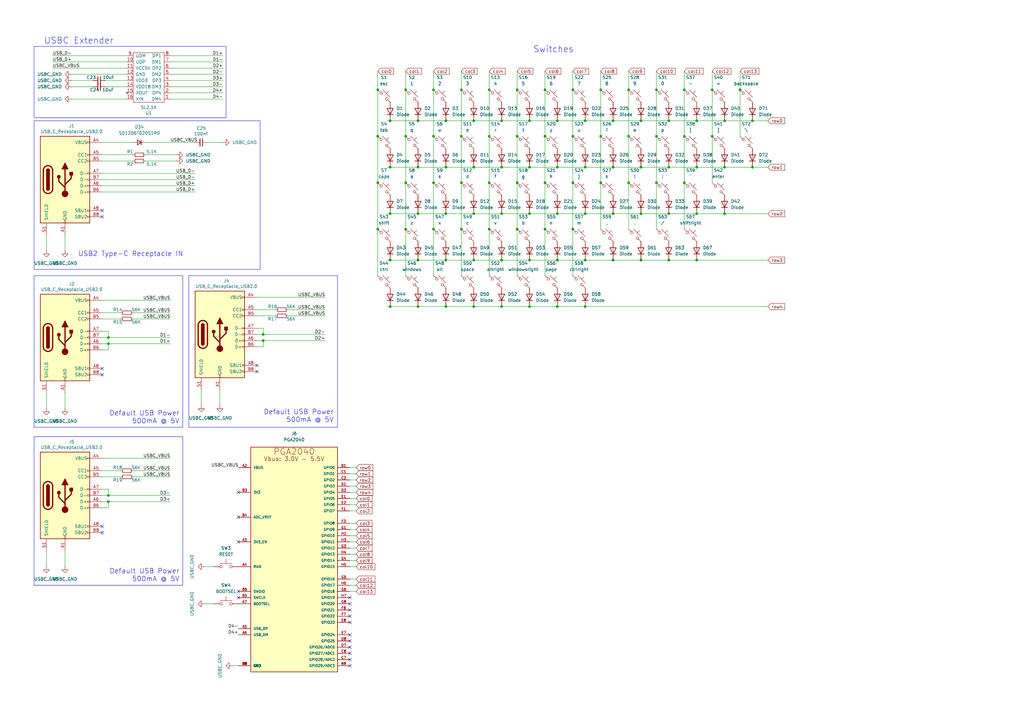
<source format=kicad_sch>
(kicad_sch (version 20231120) (generator "eeschema") (generator_version "8.0")
  (paper "A3")
  (title_block (title "MX Keyboard") (rev "V1.0") (company "Ronit D'Silva"))
  (junction (at 182.88 125.73))
  (junction (at 205.74 68.58))
  (junction (at 246.38 55.88))
  (junction (at 274.32 106.68))
  (junction (at 251.46 49.53))
  (junction (at 205.74 125.73))
  (junction (at 292.1 36.83))
  (junction (at 251.46 68.58))
  (junction (at 217.17 106.68))
  (junction (at 44.45 205.74))
  (junction (at 308.61 68.58))
  (junction (at 212.09 55.88))
  (junction (at 160.02 68.58))
  (junction (at 194.31 87.63))
  (junction (at 194.31 125.73))
  (junction (at 234.95 93.98))
  (junction (at 217.17 125.73))
  (junction (at 44.45 203.2))
  (junction (at 285.75 68.58))
  (junction (at 280.67 74.93))
  (junction (at 257.81 36.83))
  (junction (at 228.6 68.58))
  (junction (at 212.09 36.83))
  (junction (at 285.75 49.53))
  (junction (at 166.37 36.83))
  (junction (at 257.81 74.93))
  (junction (at 223.52 55.88))
  (junction (at 246.38 74.93))
  (junction (at 251.46 87.63))
  (junction (at 246.38 36.83))
  (junction (at 182.88 87.63))
  (junction (at 274.32 49.53))
  (junction (at 182.88 68.58))
  (junction (at 262.89 106.68))
  (junction (at 171.45 49.53))
  (junction (at 44.45 140.97))
  (junction (at 154.94 74.93))
  (junction (at 194.31 68.58))
  (junction (at 251.46 106.68))
  (junction (at 171.45 106.68))
  (junction (at 262.89 49.53))
  (junction (at 200.66 55.88))
  (junction (at 194.31 106.68))
  (junction (at 262.89 87.63))
  (junction (at 234.95 36.83))
  (junction (at 269.24 74.93))
  (junction (at 171.45 125.73))
  (junction (at 200.66 36.83))
  (junction (at 177.8 74.93))
  (junction (at 285.75 106.68))
  (junction (at 217.17 87.63))
  (junction (at 177.8 55.88))
  (junction (at 160.02 106.68))
  (junction (at 257.81 55.88))
  (junction (at 160.02 49.53))
  (junction (at 44.45 138.43))
  (junction (at 240.03 68.58))
  (junction (at 297.18 49.53))
  (junction (at 177.8 93.98))
  (junction (at 166.37 93.98))
  (junction (at 240.03 125.73))
  (junction (at 269.24 36.83))
  (junction (at 228.6 106.68))
  (junction (at 240.03 49.53))
  (junction (at 297.18 87.63))
  (junction (at 182.88 106.68))
  (junction (at 217.17 49.53))
  (junction (at 177.8 36.83))
  (junction (at 285.75 87.63))
  (junction (at 200.66 93.98))
  (junction (at 292.1 55.88))
  (junction (at 205.74 106.68))
  (junction (at 166.37 74.93))
  (junction (at 223.52 36.83))
  (junction (at 240.03 87.63))
  (junction (at 154.94 36.83))
  (junction (at 303.53 36.83))
  (junction (at 269.24 55.88))
  (junction (at 160.02 87.63))
  (junction (at 274.32 87.63))
  (junction (at 154.94 55.88))
  (junction (at 297.18 68.58))
  (junction (at 223.52 93.98))
  (junction (at 308.61 49.53))
  (junction (at 182.88 49.53))
  (junction (at 217.17 68.58))
  (junction (at 107.95 139.7))
  (junction (at 212.09 93.98))
  (junction (at 107.95 137.16))
  (junction (at 189.23 55.88))
  (junction (at 171.45 68.58))
  (junction (at 205.74 87.63))
  (junction (at 212.09 74.93))
  (junction (at 228.6 49.53))
  (junction (at 223.52 74.93))
  (junction (at 189.23 93.98))
  (junction (at 234.95 74.93))
  (junction (at 189.23 36.83))
  (junction (at 194.31 49.53))
  (junction (at 280.67 55.88))
  (junction (at 228.6 125.73))
  (junction (at 189.23 74.93))
  (junction (at 228.6 87.63))
  (junction (at 280.67 36.83))
  (junction (at 200.66 74.93))
  (junction (at 166.37 55.88))
  (junction (at 160.02 125.73))
  (junction (at 234.95 55.88))
  (junction (at 262.89 68.58))
  (junction (at 274.32 68.58))
  (junction (at 205.74 49.53))
  (junction (at 154.94 93.98))
  (junction (at 240.03 106.68))
  (junction (at 171.45 87.63))
  (no_connect (at 41.91 151.13))
  (no_connect (at 143.51 273.05))
  (no_connect (at 97.79 212.09))
  (no_connect (at 143.51 252.73))
  (no_connect (at 143.51 250.19))
  (no_connect (at 105.41 152.4))
  (no_connect (at 41.91 86.36))
  (no_connect (at 41.91 215.9))
  (no_connect (at 97.79 245.11))
  (no_connect (at 41.91 153.67))
  (no_connect (at 143.51 255.27))
  (no_connect (at 41.91 88.9))
  (no_connect (at 143.51 245.11))
  (no_connect (at 143.51 265.43))
  (no_connect (at 143.51 270.51))
  (no_connect (at 143.51 267.97))
  (no_connect (at 143.51 247.65))
  (no_connect (at 41.91 218.44))
  (no_connect (at 105.41 149.86))
  (no_connect (at 143.51 262.89))
  (no_connect (at 97.79 201.93))
  (no_connect (at 97.79 222.25))
  (no_connect (at 97.79 242.57))
  (no_connect (at 143.51 260.35))
  (wire (pts (xy 257.81 55.88) (xy 257.81 74.93)))
  (wire (pts (xy 223.52 55.88) (xy 223.52 74.93)))
  (wire (pts (xy 105.41 129.54) (xy 113.03 129.54)))
  (wire (pts (xy 200.66 36.83) (xy 200.66 55.88)))
  (wire (pts (xy 217.17 125.73) (xy 228.6 125.73)))
  (wire (pts (xy 41.91 187.96) (xy 69.85 187.96)))
  (wire (pts (xy 41.91 200.66) (xy 44.45 200.66)))
  (wire (pts (xy 160.02 125.73) (xy 171.45 125.73)))
  (wire (pts (xy 205.74 87.63) (xy 217.17 87.63)))
  (wire (pts (xy 105.41 139.7) (xy 107.95 139.7)))
  (wire (pts (xy 41.91 135.89) (xy 44.45 135.89)))
  (wire (pts (xy 194.31 106.68) (xy 205.74 106.68)))
  (wire (pts (xy 154.94 74.93) (xy 154.94 93.98)))
  (wire (pts (xy 217.17 68.58) (xy 228.6 68.58)))
  (wire (pts (xy 285.75 106.68) (xy 314.96 106.68)))
  (wire (pts (xy 158.75 49.53) (xy 160.02 49.53)))
  (wire (pts (xy 44.45 208.28) (xy 44.45 205.74)))
  (wire (pts (xy 158.75 106.68) (xy 160.02 106.68)))
  (wire (pts (xy 171.45 125.73) (xy 182.88 125.73)))
  (wire (pts (xy 280.67 29.21) (xy 280.67 36.83)))
  (wire (pts (xy 154.94 93.98) (xy 154.94 113.03)))
  (wire (pts (xy 146.05 229.87) (xy 143.51 229.87)))
  (wire (pts (xy 251.46 87.63) (xy 262.89 87.63)))
  (wire (pts (xy 95.25 273.05) (xy 97.79 273.05)))
  (wire (pts (xy 160.02 49.53) (xy 171.45 49.53)))
  (wire (pts (xy 29.21 33.02) (xy 38.1 33.02)))
  (wire (pts (xy 83.82 232.41) (xy 87.63 232.41)))
  (wire (pts (xy 91.44 25.4) (xy 69.85 25.4)))
  (wire (pts (xy 194.31 68.58) (xy 205.74 68.58)))
  (wire (pts (xy 303.53 29.21) (xy 303.53 36.83)))
  (wire (pts (xy 171.45 68.58) (xy 182.88 68.58)))
  (wire (pts (xy 82.55 160.02) (xy 82.55 166.37)))
  (wire (pts (xy 251.46 106.68) (xy 262.89 106.68)))
  (wire (pts (xy 303.53 36.83) (xy 303.53 55.88)))
  (wire (pts (xy 146.05 196.85) (xy 143.51 196.85)))
  (wire (pts (xy 189.23 74.93) (xy 189.23 93.98)))
  (wire (pts (xy 41.91 203.2) (xy 44.45 203.2)))
  (wire (pts (xy 166.37 36.83) (xy 166.37 55.88)))
  (wire (pts (xy 251.46 68.58) (xy 262.89 68.58)))
  (wire (pts (xy 177.8 29.21) (xy 177.8 36.83)))
  (wire (pts (xy 146.05 227.33) (xy 143.51 227.33)))
  (wire (pts (xy 29.21 40.64) (xy 52.07 40.64)))
  (wire (pts (xy 194.31 49.53) (xy 205.74 49.53)))
  (wire (pts (xy 146.05 199.39) (xy 143.51 199.39)))
  (wire (pts (xy 146.05 232.41) (xy 143.51 232.41)))
  (wire (pts (xy 158.75 68.58) (xy 160.02 68.58)))
  (wire (pts (xy 297.18 49.53) (xy 308.61 49.53)))
  (wire (pts (xy 105.41 137.16) (xy 107.95 137.16)))
  (wire (pts (xy 43.18 33.02) (xy 52.07 33.02)))
  (wire (pts (xy 171.45 49.53) (xy 182.88 49.53)))
  (wire (pts (xy 166.37 74.93) (xy 166.37 93.98)))
  (wire (pts (xy 21.59 27.94) (xy 52.07 27.94)))
  (wire (pts (xy 292.1 29.21) (xy 292.1 36.83)))
  (wire (pts (xy 177.8 93.98) (xy 177.8 113.03)))
  (wire (pts (xy 91.44 30.48) (xy 69.85 30.48)))
  (wire (pts (xy 297.18 87.63) (xy 314.96 87.63)))
  (wire (pts (xy 41.91 195.58) (xy 49.53 195.58)))
  (wire (pts (xy 54.61 130.81) (xy 69.85 130.81)))
  (wire (pts (xy 280.67 55.88) (xy 280.67 74.93)))
  (wire (pts (xy 146.05 240.03) (xy 143.51 240.03)))
  (wire (pts (xy 177.8 55.88) (xy 177.8 74.93)))
  (wire (pts (xy 29.21 35.56) (xy 38.1 35.56)))
  (wire (pts (xy 41.91 193.04) (xy 49.53 193.04)))
  (wire (pts (xy 292.1 36.83) (xy 292.1 55.88)))
  (wire (pts (xy 146.05 237.49) (xy 143.51 237.49)))
  (wire (pts (xy 44.45 138.43) (xy 69.85 138.43)))
  (wire (pts (xy 200.66 93.98) (xy 200.66 113.03)))
  (wire (pts (xy 146.05 224.79) (xy 143.51 224.79)))
  (wire (pts (xy 246.38 29.21) (xy 246.38 36.83)))
  (wire (pts (xy 146.05 201.93) (xy 143.51 201.93)))
  (wire (pts (xy 257.81 74.93) (xy 257.81 93.98)))
  (wire (pts (xy 41.91 130.81) (xy 49.53 130.81)))
  (wire (pts (xy 154.94 55.88) (xy 154.94 74.93)))
  (wire (pts (xy 107.95 139.7) (xy 133.35 139.7)))
  (wire (pts (xy 182.88 87.63) (xy 194.31 87.63)))
  (wire (pts (xy 91.44 35.56) (xy 69.85 35.56)))
  (wire (pts (xy 107.95 137.16) (xy 133.35 137.16)))
  (wire (pts (xy 91.44 22.86) (xy 69.85 22.86)))
  (wire (pts (xy 240.03 125.73) (xy 314.96 125.73)))
  (wire (pts (xy 19.05 96.52) (xy 19.05 102.87)))
  (wire (pts (xy 26.67 161.29) (xy 26.67 167.64)))
  (wire (pts (xy 171.45 87.63) (xy 182.88 87.63)))
  (wire (pts (xy 177.8 36.83) (xy 177.8 55.88)))
  (wire (pts (xy 223.52 29.21) (xy 223.52 36.83)))
  (wire (pts (xy 200.66 29.21) (xy 200.66 36.83)))
  (wire (pts (xy 146.05 207.01) (xy 143.51 207.01)))
  (wire (pts (xy 44.45 135.89) (xy 44.45 138.43)))
  (wire (pts (xy 234.95 93.98) (xy 234.95 113.03)))
  (wire (pts (xy 200.66 74.93) (xy 200.66 93.98)))
  (wire (pts (xy 182.88 125.73) (xy 194.31 125.73)))
  (wire (pts (xy 166.37 55.88) (xy 166.37 74.93)))
  (wire (pts (xy 240.03 68.58) (xy 251.46 68.58)))
  (wire (pts (xy 118.11 127) (xy 133.35 127)))
  (wire (pts (xy 240.03 106.68) (xy 251.46 106.68)))
  (wire (pts (xy 285.75 49.53) (xy 297.18 49.53)))
  (wire (pts (xy 269.24 29.21) (xy 269.24 36.83)))
  (wire (pts (xy 189.23 55.88) (xy 189.23 74.93)))
  (wire (pts (xy 182.88 49.53) (xy 194.31 49.53)))
  (wire (pts (xy 189.23 36.83) (xy 189.23 55.88)))
  (wire (pts (xy 308.61 49.53) (xy 314.96 49.53)))
  (wire (pts (xy 269.24 74.93) (xy 269.24 93.98)))
  (wire (pts (xy 182.88 106.68) (xy 194.31 106.68)))
  (wire (pts (xy 228.6 68.58) (xy 240.03 68.58)))
  (wire (pts (xy 257.81 29.21) (xy 257.81 36.83)))
  (wire (pts (xy 105.41 121.92) (xy 133.35 121.92)))
  (wire (pts (xy 59.69 63.5) (xy 72.39 63.5)))
  (wire (pts (xy 240.03 49.53) (xy 251.46 49.53)))
  (wire (pts (xy 43.18 35.56) (xy 52.07 35.56)))
  (wire (pts (xy 41.91 140.97) (xy 44.45 140.97)))
  (wire (pts (xy 262.89 87.63) (xy 274.32 87.63)))
  (wire (pts (xy 280.67 74.93) (xy 280.67 93.98)))
  (wire (pts (xy 41.91 138.43) (xy 44.45 138.43)))
  (wire (pts (xy 158.75 125.73) (xy 160.02 125.73)))
  (wire (pts (xy 194.31 87.63) (xy 205.74 87.63)))
  (wire (pts (xy 166.37 29.21) (xy 166.37 36.83)))
  (wire (pts (xy 146.05 214.63) (xy 143.51 214.63)))
  (wire (pts (xy 41.91 143.51) (xy 44.45 143.51)))
  (wire (pts (xy 182.88 68.58) (xy 194.31 68.58)))
  (wire (pts (xy 160.02 106.68) (xy 171.45 106.68)))
  (wire (pts (xy 280.67 36.83) (xy 280.67 55.88)))
  (wire (pts (xy 91.44 38.1) (xy 69.85 38.1)))
  (wire (pts (xy 146.05 194.31) (xy 143.51 194.31)))
  (wire (pts (xy 54.61 128.27) (xy 69.85 128.27)))
  (wire (pts (xy 91.44 33.02) (xy 69.85 33.02)))
  (wire (pts (xy 105.41 134.62) (xy 107.95 134.62)))
  (wire (pts (xy 44.45 143.51) (xy 44.45 140.97)))
  (wire (pts (xy 212.09 74.93) (xy 212.09 93.98)))
  (wire (pts (xy 146.05 217.17) (xy 143.51 217.17)))
  (wire (pts (xy 274.32 106.68) (xy 285.75 106.68)))
  (wire (pts (xy 107.95 134.62) (xy 107.95 137.16)))
  (wire (pts (xy 59.69 58.42) (xy 80.01 58.42)))
  (wire (pts (xy 205.74 68.58) (xy 217.17 68.58)))
  (wire (pts (xy 228.6 87.63) (xy 240.03 87.63)))
  (wire (pts (xy 26.67 226.06) (xy 26.67 232.41)))
  (wire (pts (xy 285.75 68.58) (xy 297.18 68.58)))
  (wire (pts (xy 105.41 142.24) (xy 107.95 142.24)))
  (wire (pts (xy 205.74 125.73) (xy 217.17 125.73)))
  (wire (pts (xy 205.74 106.68) (xy 217.17 106.68)))
  (wire (pts (xy 308.61 68.58) (xy 314.96 68.58)))
  (wire (pts (xy 212.09 55.88) (xy 212.09 74.93)))
  (wire (pts (xy 146.05 209.55) (xy 143.51 209.55)))
  (wire (pts (xy 217.17 87.63) (xy 228.6 87.63)))
  (wire (pts (xy 223.52 74.93) (xy 223.52 93.98)))
  (wire (pts (xy 41.91 205.74) (xy 44.45 205.74)))
  (wire (pts (xy 228.6 125.73) (xy 240.03 125.73)))
  (wire (pts (xy 160.02 68.58) (xy 171.45 68.58)))
  (wire (pts (xy 240.03 87.63) (xy 251.46 87.63)))
  (wire (pts (xy 274.32 49.53) (xy 285.75 49.53)))
  (wire (pts (xy 223.52 93.98) (xy 223.52 113.03)))
  (wire (pts (xy 41.91 76.2) (xy 80.01 76.2)))
  (wire (pts (xy 262.89 49.53) (xy 274.32 49.53)))
  (wire (pts (xy 228.6 49.53) (xy 240.03 49.53)))
  (wire (pts (xy 234.95 74.93) (xy 234.95 93.98)))
  (wire (pts (xy 41.91 78.74) (xy 80.01 78.74)))
  (wire (pts (xy 200.66 55.88) (xy 200.66 74.93)))
  (wire (pts (xy 54.61 193.04) (xy 69.85 193.04)))
  (wire (pts (xy 177.8 74.93) (xy 177.8 93.98)))
  (wire (pts (xy 146.05 204.47) (xy 143.51 204.47)))
  (wire (pts (xy 274.32 87.63) (xy 285.75 87.63)))
  (wire (pts (xy 194.31 125.73) (xy 205.74 125.73)))
  (wire (pts (xy 234.95 36.83) (xy 234.95 55.88)))
  (wire (pts (xy 292.1 55.88) (xy 292.1 74.93)))
  (wire (pts (xy 251.46 49.53) (xy 262.89 49.53)))
  (wire (pts (xy 44.45 205.74) (xy 69.85 205.74)))
  (wire (pts (xy 146.05 242.57) (xy 143.51 242.57)))
  (wire (pts (xy 146.05 191.77) (xy 143.51 191.77)))
  (wire (pts (xy 246.38 55.88) (xy 246.38 74.93)))
  (wire (pts (xy 41.91 123.19) (xy 69.85 123.19)))
  (wire (pts (xy 105.41 127) (xy 113.03 127)))
  (wire (pts (xy 54.61 195.58) (xy 69.85 195.58)))
  (wire (pts (xy 154.94 29.21) (xy 154.94 36.83)))
  (wire (pts (xy 154.94 36.83) (xy 154.94 55.88)))
  (wire (pts (xy 160.02 87.63) (xy 171.45 87.63)))
  (wire (pts (xy 223.52 36.83) (xy 223.52 55.88)))
  (wire (pts (xy 189.23 93.98) (xy 189.23 113.03)))
  (wire (pts (xy 41.91 128.27) (xy 49.53 128.27)))
  (wire (pts (xy 90.17 160.02) (xy 90.17 166.37)))
  (wire (pts (xy 85.09 58.42) (xy 91.44 58.42)))
  (wire (pts (xy 269.24 36.83) (xy 269.24 55.88)))
  (wire (pts (xy 19.05 161.29) (xy 19.05 167.64)))
  (wire (pts (xy 41.91 208.28) (xy 44.45 208.28)))
  (wire (pts (xy 246.38 74.93) (xy 246.38 93.98)))
  (wire (pts (xy 257.81 36.83) (xy 257.81 55.88)))
  (wire (pts (xy 44.45 140.97) (xy 69.85 140.97)))
  (wire (pts (xy 285.75 87.63) (xy 297.18 87.63)))
  (wire (pts (xy 212.09 36.83) (xy 212.09 55.88)))
  (wire (pts (xy 228.6 106.68) (xy 240.03 106.68)))
  (wire (pts (xy 19.05 226.06) (xy 19.05 232.41)))
  (wire (pts (xy 91.44 27.94) (xy 69.85 27.94)))
  (wire (pts (xy 246.38 36.83) (xy 246.38 55.88)))
  (wire (pts (xy 158.75 87.63) (xy 160.02 87.63)))
  (wire (pts (xy 44.45 203.2) (xy 69.85 203.2)))
  (wire (pts (xy 107.95 142.24) (xy 107.95 139.7)))
  (wire (pts (xy 29.21 30.48) (xy 52.07 30.48)))
  (wire (pts (xy 44.45 200.66) (xy 44.45 203.2)))
  (wire (pts (xy 41.91 63.5) (xy 54.61 63.5)))
  (wire (pts (xy 217.17 49.53) (xy 228.6 49.53)))
  (wire (pts (xy 262.89 68.58) (xy 274.32 68.58)))
  (wire (pts (xy 166.37 93.98) (xy 166.37 113.03)))
  (wire (pts (xy 59.69 66.04) (xy 72.39 66.04)))
  (wire (pts (xy 297.18 68.58) (xy 308.61 68.58)))
  (wire (pts (xy 41.91 58.42) (xy 54.61 58.42)))
  (wire (pts (xy 212.09 29.21) (xy 212.09 36.83)))
  (wire (pts (xy 83.82 247.65) (xy 87.63 247.65)))
  (wire (pts (xy 26.67 96.52) (xy 26.67 102.87)))
  (wire (pts (xy 118.11 129.54) (xy 133.35 129.54)))
  (wire (pts (xy 189.23 29.21) (xy 189.23 36.83)))
  (wire (pts (xy 212.09 93.98) (xy 212.09 113.03)))
  (wire (pts (xy 205.74 49.53) (xy 217.17 49.53)))
  (wire (pts (xy 41.91 71.12) (xy 80.01 71.12)))
  (wire (pts (xy 146.05 219.71) (xy 143.51 219.71)))
  (wire (pts (xy 234.95 29.21) (xy 234.95 36.83)))
  (wire (pts (xy 274.32 68.58) (xy 285.75 68.58)))
  (wire (pts (xy 262.89 106.68) (xy 274.32 106.68)))
  (wire (pts (xy 171.45 106.68) (xy 182.88 106.68)))
  (wire (pts (xy 41.91 73.66) (xy 80.01 73.66)))
  (wire (pts (xy 21.59 25.4) (xy 52.07 25.4)))
  (wire (pts (xy 234.95 55.88) (xy 234.95 74.93)))
  (wire (pts (xy 21.59 22.86) (xy 52.07 22.86)))
  (wire (pts (xy 217.17 106.68) (xy 228.6 106.68)))
  (wire (pts (xy 41.91 66.04) (xy 54.61 66.04)))
  (wire (pts (xy 91.44 40.64) (xy 69.85 40.64)))
  (wire (pts (xy 269.24 55.88) (xy 269.24 74.93)))
  (wire (pts (xy 146.05 222.25) (xy 143.51 222.25)))
  (rectangle (start 77.47 113.03) (end 138.43 175.26))
  (rectangle (start 13.97 49.53) (end 106.68 110.49))
  (rectangle (start 13.97 179.07) (end 74.93 240.03))
  (rectangle (start 13.97 19.05) (end 92.71 48.26))
  (rectangle (start 13.97 113.03) (end 74.93 175.26))
  (text "Default USB Power\n500mA @ 5V" (at 73.66 238.76 0) (effects (font (size 2 2)) (justify right bottom)))
  (text "USBC Extender" (at 18.034 18.288 0) (effects (font (size 2.54 2.54)) (justify left bottom)))
  (text "Switches" (at 218.694 21.844 0) (effects (font (size 2.54 2.54)) (justify left bottom)))
  (text "Default USB Power\n500mA @ 5V" (at 136.906 173.482 0) (effects (font (size 2 2)) (justify right bottom)))
  (text "USB2 Type-C Receptacle IN" (at 75.184 105.41 0) (effects (font (size 2 2)) (justify right bottom)))
  (text "Default USB Power\n500mA @ 5V" (at 73.66 173.99 0) (effects (font (size 2 2)) (justify right bottom)))
  (label "D4+" (at 91.44 38.1 180))
  (label "D1-" (at 69.85 138.43 180))
  (label "USBC_VBUS" (at 69.85 123.19 180))
  (label "D1+" (at 69.85 140.97 180))
  (label "D3+" (at 91.44 33.02 180))
  (label "USBC_VBUS" (at 133.35 121.92 180))
  (label "D4-" (at 91.44 40.64 180))
  (label "D3+" (at 69.85 205.74 180))
  (label "USBC_VBUS" (at 69.85 58.42 0))
  (label "D3-" (at 69.85 203.2 180))
  (label "USBC_VBUS" (at 69.85 195.58 180))
  (label "USBC_VBUS" (at 69.85 130.81 180))
  (label "USBC_VBUS" (at 21.59 27.94 0))
  (label "D2-" (at 133.35 137.16 180))
  (label "USB_D-" (at 80.01 71.12 180))
  (label "USBC_VBUS" (at 133.35 127 180))
  (label "D4+" (at 97.79 260.35 180))
  (label "USBC_VBUS" (at 69.85 187.96 180))
  (label "D1+" (at 91.44 22.86 180))
  (label "USBC_VBUS" (at 69.85 128.27 180))
  (label "USB_D+" (at 80.01 76.2 180))
  (label "D1-" (at 91.44 25.4 180))
  (label "D2-" (at 91.44 30.48 180))
  (label "USB_D-" (at 80.01 73.66 180))
  (label "D2+" (at 91.44 27.94 180))
  (label "USB_D+" (at 80.01 78.74 180))
  (label "USB_D+" (at 21.59 25.4 0))
  (label "USBC_VBUS" (at 69.85 193.04 180))
  (label "USBC_VBUS" (at 97.79 191.77 180))
  (label "D2+" (at 133.35 139.7 180))
  (label "D4-" (at 97.79 257.81 180))
  (label "USB_D-" (at 21.59 22.86 0))
  (label "D3-" (at 91.44 35.56 180))
  (label "USBC_VBUS" (at 133.35 129.54 180))
  (global_label "row4" (shape input) (at 146.05 201.93 0) (property "Intersheetrefs" "${INTERSHEET_REFS}" (effects (hide yes))))
  (global_label "col10" (shape input) (at 146.05 232.41 0) (property "Intersheetrefs" "${INTERSHEET_REFS}" (effects (hide yes))))
  (global_label "col2" (shape input) (at 177.8 29.21 0) (property "Intersheetrefs" "${INTERSHEET_REFS}" (effects (hide yes))))
  (global_label "row1" (shape input) (at 146.05 194.31 0) (property "Intersheetrefs" "${INTERSHEET_REFS}" (effects (hide yes))))
  (global_label "col3" (shape input) (at 189.23 29.21 0) (property "Intersheetrefs" "${INTERSHEET_REFS}" (effects (hide yes))))
  (global_label "col5" (shape input) (at 212.09 29.21 0) (property "Intersheetrefs" "${INTERSHEET_REFS}" (effects (hide yes))))
  (global_label "col7" (shape input) (at 234.95 29.21 0) (property "Intersheetrefs" "${INTERSHEET_REFS}" (effects (hide yes))))
  (global_label "row3" (shape input) (at 146.05 199.39 0) (property "Intersheetrefs" "${INTERSHEET_REFS}" (effects (hide yes))))
  (global_label "row2" (shape input) (at 314.96 87.63 0) (property "Intersheetrefs" "${INTERSHEET_REFS}" (effects (hide yes))))
  (global_label "col6" (shape input) (at 146.05 222.25 0) (property "Intersheetrefs" "${INTERSHEET_REFS}" (effects (hide yes))))
  (global_label "row0" (shape input) (at 146.05 191.77 0) (property "Intersheetrefs" "${INTERSHEET_REFS}" (effects (hide yes))))
  (global_label "col4" (shape input) (at 146.05 217.17 0) (property "Intersheetrefs" "${INTERSHEET_REFS}" (effects (hide yes))))
  (global_label "col8" (shape input) (at 146.05 227.33 0) (property "Intersheetrefs" "${INTERSHEET_REFS}" (effects (hide yes))))
  (global_label "col5" (shape input) (at 146.05 219.71 0) (property "Intersheetrefs" "${INTERSHEET_REFS}" (effects (hide yes))))
  (global_label "row4" (shape input) (at 314.96 125.73 0) (property "Intersheetrefs" "${INTERSHEET_REFS}" (effects (hide yes))))
  (global_label "col11" (shape input) (at 146.05 237.49 0) (property "Intersheetrefs" "${INTERSHEET_REFS}" (effects (hide yes))))
  (global_label "col2" (shape input) (at 146.05 209.55 0) (property "Intersheetrefs" "${INTERSHEET_REFS}" (effects (hide yes))))
  (global_label "col6" (shape input) (at 223.52 29.21 0) (property "Intersheetrefs" "${INTERSHEET_REFS}" (effects (hide yes))))
  (global_label "col7" (shape input) (at 146.05 224.79 0) (property "Intersheetrefs" "${INTERSHEET_REFS}" (effects (hide yes))))
  (global_label "col12" (shape input) (at 292.1 29.21 0) (property "Intersheetrefs" "${INTERSHEET_REFS}" (effects (hide yes))))
  (global_label "col3" (shape input) (at 146.05 214.63 0) (property "Intersheetrefs" "${INTERSHEET_REFS}" (effects (hide yes))))
  (global_label "col9" (shape input) (at 257.81 29.21 0) (property "Intersheetrefs" "${INTERSHEET_REFS}" (effects (hide yes))))
  (global_label "col13" (shape input) (at 146.05 242.57 0) (property "Intersheetrefs" "${INTERSHEET_REFS}" (effects (hide yes))))
  (global_label "col9" (shape input) (at 146.05 229.87 0) (property "Intersheetrefs" "${INTERSHEET_REFS}" (effects (hide yes))))
  (global_label "col8" (shape input) (at 246.38 29.21 0) (property "Intersheetrefs" "${INTERSHEET_REFS}" (effects (hide yes))))
  (global_label "col12" (shape input) (at 146.05 240.03 0) (property "Intersheetrefs" "${INTERSHEET_REFS}" (effects (hide yes))))
  (global_label "col13" (shape input) (at 303.53 29.21 0) (property "Intersheetrefs" "${INTERSHEET_REFS}" (effects (hide yes))))
  (global_label "col11" (shape input) (at 280.67 29.21 0) (property "Intersheetrefs" "${INTERSHEET_REFS}" (effects (hide yes))))
  (global_label "col1" (shape input) (at 146.05 207.01 0) (property "Intersheetrefs" "${INTERSHEET_REFS}" (effects (hide yes))))
  (global_label "col0" (shape input) (at 146.05 204.47 0) (property "Intersheetrefs" "${INTERSHEET_REFS}" (effects (hide yes))))
  (global_label "row0" (shape input) (at 314.96 49.53 0) (property "Intersheetrefs" "${INTERSHEET_REFS}" (effects (hide yes))))
  (global_label "col4" (shape input) (at 200.66 29.21 0) (property "Intersheetrefs" "${INTERSHEET_REFS}" (effects (hide yes))))
  (global_label "col1" (shape input) (at 166.37 29.21 0) (property "Intersheetrefs" "${INTERSHEET_REFS}" (effects (hide yes))))
  (global_label "col10" (shape input) (at 269.24 29.21 0) (property "Intersheetrefs" "${INTERSHEET_REFS}" (effects (hide yes))))
  (global_label "row1" (shape input) (at 314.96 68.58 0) (property "Intersheetrefs" "${INTERSHEET_REFS}" (effects (hide yes))))
  (global_label "row2" (shape input) (at 146.05 196.85 0) (property "Intersheetrefs" "${INTERSHEET_REFS}" (effects (hide yes))))
  (global_label "row3" (shape input) (at 314.96 106.68 0) (property "Intersheetrefs" "${INTERSHEET_REFS}" (effects (hide yes))))
  (global_label "col0" (shape input) (at 154.94 29.21 0) (property "Intersheetrefs" "${INTERSHEET_REFS}" (effects (hide yes))))
  (symbol (lib_id "Switch:SW_Push") (at 92.71 247.65 0) (unit 1)
    (property "Reference" "SW4" (at 92.71 240.03 0))
    (property "Value" "BOOTSEL" (at 92.71 242.57 0))
    (property "Footprint" "Button_Switch_SMD:SW_Push_1P1T_NO_Vertical_Wuerth_434133025816" (effects (hide yes)))
    (property "Description" "Push button switch, generic, two pins" (effects (hide yes)))
  )
  (symbol (lib_id "ScottoKeebs:Placeholder_Diode") (at 240.03 45.72 90) (unit 1)
    (property "Reference" "D22" (at 242.57 44.4499 90) (effects (justify right)))
    (property "Value" "Diode" (at 242.57 46.9899 90) (effects (justify right)))
    (property "Footprint" "ScottoKeebs_Components:Diode_DO-35" (effects (hide yes)))
    (property "Description" "1N4148 (DO-35) or 1N4148W (SOD-123)" (effects (hide yes)))
    (property "Sim.Device" "D" (effects (hide yes)))
    (property "Sim.Pins" "1=K 2=A" (effects (hide yes)))
  )
  (symbol (lib_id "Switch:SW_Push") (at 92.71 232.41 0) (unit 1)
    (property "Reference" "SW3" (at 92.71 224.79 0))
    (property "Value" "RESET" (at 92.71 227.33 0))
    (property "Footprint" "Button_Switch_SMD:SW_Push_1P1T_NO_Vertical_Wuerth_434133025816" (effects (hide yes)))
    (property "Description" "Push button switch, generic, two pins" (effects (hide yes)))
  )
  (symbol (lib_id "ScottoKeebs:Placeholder_Diode") (at 205.74 64.77 90) (unit 1)
    (property "Reference" "D14" (at 208.28 63.4999 90) (effects (justify right)))
    (property "Value" "Diode" (at 208.28 66.0399 90) (effects (justify right)))
    (property "Footprint" "ScottoKeebs_Components:Diode_DO-35" (effects (hide yes)))
    (property "Description" "1N4148 (DO-35) or 1N4148W (SOD-123)" (effects (hide yes)))
    (property "Sim.Device" "D" (effects (hide yes)))
    (property "Sim.Pins" "1=K 2=A" (effects (hide yes)))
  )
  (symbol (lib_id "ScottoKeebs:Placeholder_Diode") (at 228.6 121.92 90) (unit 1)
    (property "Reference" "D56" (at 231.14 120.6499 90) (effects (justify right)))
    (property "Value" "Diode" (at 231.14 123.1899 90) (effects (justify right)))
    (property "Footprint" "ScottoKeebs_Components:Diode_DO-35" (effects (hide yes)))
    (property "Description" "1N4148 (DO-35) or 1N4148W (SOD-123)" (effects (hide yes)))
    (property "Sim.Device" "D" (effects (hide yes)))
    (property "Sim.Pins" "1=K 2=A" (effects (hide yes)))
  )
  (symbol (lib_id "ScottoKeebs:Placeholder_Diode") (at 285.75 83.82 90) (unit 1)
    (property "Reference" "D39" (at 288.29 82.5499 90) (effects (justify right)))
    (property "Value" "Diode" (at 288.29 85.0899 90) (effects (justify right)))
    (property "Footprint" "ScottoKeebs_Components:Diode_DO-35" (effects (hide yes)))
    (property "Description" "1N4148 (DO-35) or 1N4148W (SOD-123)" (effects (hide yes)))
    (property "Sim.Device" "D" (effects (hide yes)))
    (property "Sim.Pins" "1=K 2=A" (effects (hide yes)))
  )
  (symbol (lib_id "ScottoKeebs:Placeholder_Diode") (at 285.75 102.87 90) (unit 1)
    (property "Reference" "D67" (at 288.29 101.5999 90) (effects (justify right)))
    (property "Value" "Diode" (at 288.29 104.1399 90) (effects (justify right)))
    (property "Footprint" "ScottoKeebs_Components:Diode_DO-35" (effects (hide yes)))
    (property "Description" "1N4148 (DO-35) or 1N4148W (SOD-123)" (effects (hide yes)))
    (property "Sim.Device" "D" (effects (hide yes)))
    (property "Sim.Pins" "1=K 2=A" (effects (hide yes)))
  )
  (symbol (lib_id "ScottoKeebs:Placeholder_Diode") (at 228.6 45.72 90) (unit 1)
    (property "Reference" "D19" (at 231.14 44.4499 90) (effects (justify right)))
    (property "Value" "Diode" (at 231.14 46.9899 90) (effects (justify right)))
    (property "Footprint" "ScottoKeebs_Components:Diode_DO-35" (effects (hide yes)))
    (property "Description" "1N4148 (DO-35) or 1N4148W (SOD-123)" (effects (hide yes)))
    (property "Sim.Device" "D" (effects (hide yes)))
    (property "Sim.Pins" "1=K 2=A" (effects (hide yes)))
  )
  (symbol (lib_id "Device:R_Small") (at 52.07 130.81 90) (unit 1)
    (property "Reference" "R15" (at 48.26 132.08 90))
    (property "Value" "56K" (at 55.88 132.08 90))
    (property "Footprint" "Resistor_SMD:R_0805_2012Metric_Pad1.20x1.40mm_HandSolder" (effects (hide yes)))
  )
  (symbol (lib_id "ScottoKeebs:Placeholder_Keyswitch") (at 191.77 58.42 0) (unit 1)
    (property "Reference" "S11" (at 191.77 50.8 0))
    (property "Value" "e" (at 191.77 53.34 0))
    (property "Footprint" "ScottoKeebs_MX:MX_PCB_1.00u" (effects (hide yes)))
    (property "Description" "Push button switch, normally open, two pins, 45° tilted" (effects (hide yes)))
  )
  (symbol (lib_id "ScottoKeebs:Placeholder_Keyswitch") (at 283.21 39.37 0) (unit 1)
    (property "Reference" "S37" (at 283.21 31.75 0))
    (property "Value" "-" (at 283.21 34.29 0))
    (property "Footprint" "ScottoKeebs_MX:MX_PCB_1.00u" (effects (hide yes)))
    (property "Description" "Push button switch, normally open, two pins, 45° tilted" (effects (hide yes)))
  )
  (symbol (lib_id "Device:R_Small") (at 115.57 127 270) (unit 1)
    (property "Reference" "R16" (at 111.76 125.73 90))
    (property "Value" "56K" (at 119.38 125.73 90))
    (property "Footprint" "Resistor_SMD:R_0805_2012Metric_Pad1.20x1.40mm_HandSolder" (effects (hide yes)))
  )
  (symbol (lib_id "ScottoKeebs:Placeholder_Keyswitch") (at 226.06 39.37 0) (unit 1)
    (property "Reference" "S19" (at 226.06 31.75 0))
    (property "Value" "6" (at 226.06 34.29 0))
    (property "Footprint" "ScottoKeebs_MX:MX_PCB_1.00u" (effects (hide yes)))
    (property "Description" "Push button switch, normally open, two pins, 45° tilted" (effects (hide yes)))
  )
  (symbol (lib_id "Connector:USB_C_Receptacle_USB2.0") (at 26.67 138.43 0) (unit 1)
    (property "Reference" "J2" (at 29.3878 116.4082 0))
    (property "Value" "USB_C_Receptacle_USB2.0" (at 29.3878 118.7196 0))
    (property "Footprint" "Connector_USB:USB_C_Receptacle_HRO_TYPE-C-31-M-12" (effects (hide yes)))
    (property "Datasheet" "https://www.usb.org/sites/default/files/documents/usb_type-c.zip" (effects (hide yes)))
  )
  (symbol (lib_id "ScottoKeebs:Placeholder_Diode") (at 205.74 121.92 90) (unit 1)
    (property "Reference" "D52" (at 208.28 120.6499 90) (effects (justify right)))
    (property "Value" "Diode" (at 208.28 123.1899 90) (effects (justify right)))
    (property "Footprint" "ScottoKeebs_Components:Diode_DO-35" (effects (hide yes)))
    (property "Description" "1N4148 (DO-35) or 1N4148W (SOD-123)" (effects (hide yes)))
    (property "Sim.Device" "D" (effects (hide yes)))
    (property "Sim.Pins" "1=K 2=A" (effects (hide yes)))
  )
  (symbol (lib_id "ScottoKeebs:Placeholder_Diode") (at 182.88 121.92 90) (unit 1)
    (property "Reference" "D48" (at 185.42 120.6499 90) (effects (justify right)))
    (property "Value" "Diode" (at 185.42 123.1899 90) (effects (justify right)))
    (property "Footprint" "ScottoKeebs_Components:Diode_DO-35" (effects (hide yes)))
    (property "Description" "1N4148 (DO-35) or 1N4148W (SOD-123)" (effects (hide yes)))
    (property "Sim.Device" "D" (effects (hide yes)))
    (property "Sim.Pins" "1=K 2=A" (effects (hide yes)))
  )
  (symbol (lib_id "ScottoKeebs:Placeholder_Keyswitch") (at 203.2 39.37 0) (unit 1)
    (property "Reference" "S13" (at 203.2 31.75 0))
    (property "Value" "4" (at 203.2 34.29 0))
    (property "Footprint" "ScottoKeebs_MX:MX_PCB_1.00u" (effects (hide yes)))
    (property "Description" "Push button switch, normally open, two pins, 45° tilted" (effects (hide yes)))
  )
  (symbol (lib_id "ScottoKeebs:Placeholder_Diode") (at 262.89 45.72 90) (unit 1)
    (property "Reference" "D28" (at 265.43 44.4499 90) (effects (justify right)))
    (property "Value" "Diode" (at 265.43 46.9899 90) (effects (justify right)))
    (property "Footprint" "ScottoKeebs_Components:Diode_DO-35" (effects (hide yes)))
    (property "Description" "1N4148 (DO-35) or 1N4148W (SOD-123)" (effects (hide yes)))
    (property "Sim.Device" "D" (effects (hide yes)))
    (property "Sim.Pins" "1=K 2=A" (effects (hide yes)))
  )
  (symbol (lib_id "ScottoKeebs:Placeholder_Keyswitch") (at 168.91 77.47 0) (unit 1)
    (property "Reference" "S8" (at 168.91 69.85 0))
    (property "Value" "a" (at 168.91 72.39 0))
    (property "Footprint" "ScottoKeebs_MX:MX_PCB_1.00u" (effects (hide yes)))
    (property "Description" "Push button switch, normally open, two pins, 45° tilted" (effects (hide yes)))
  )
  (symbol (lib_id "ScottoKeebs:Placeholder_Keyswitch") (at 168.91 115.57 0) (unit 1)
    (property "Reference" "S46" (at 168.91 107.95 0))
    (property "Value" "windows" (at 168.91 110.49 0))
    (property "Footprint" "ScottoKeebs_MX:MX_PCB_1.00u" (effects (hide yes)))
    (property "Description" "Push button switch, normally open, two pins, 45° tilted" (effects (hide yes)))
  )
  (symbol (lib_id "Device:R_Small") (at 52.07 193.04 270) (unit 1)
    (property "Reference" "R18" (at 48.26 191.77 90))
    (property "Value" "56K" (at 55.88 191.77 90))
    (property "Footprint" "Resistor_SMD:R_0805_2012Metric_Pad1.20x1.40mm_HandSolder" (effects (hide yes)))
  )
  (symbol (lib_id "ScottoKeebs:Placeholder_Diode") (at 182.88 64.77 90) (unit 1)
    (property "Reference" "D6" (at 185.42 63.4999 90) (effects (justify right)))
    (property "Value" "Diode" (at 185.42 66.0399 90) (effects (justify right)))
    (property "Footprint" "ScottoKeebs_Components:Diode_DO-35" (effects (hide yes)))
    (property "Description" "1N4148 (DO-35) or 1N4148W (SOD-123)" (effects (hide yes)))
    (property "Sim.Device" "D" (effects (hide yes)))
    (property "Sim.Pins" "1=K 2=A" (effects (hide yes)))
  )
  (symbol (lib_id "ScottoKeebs:Placeholder_Diode") (at 171.45 83.82 90) (unit 1)
    (property "Reference" "D8" (at 173.99 82.5499 90) (effects (justify right)))
    (property "Value" "Diode" (at 173.99 85.0899 90) (effects (justify right)))
    (property "Footprint" "ScottoKeebs_Components:Diode_DO-35" (effects (hide yes)))
    (property "Description" "1N4148 (DO-35) or 1N4148W (SOD-123)" (effects (hide yes)))
    (property "Sim.Device" "D" (effects (hide yes)))
    (property "Sim.Pins" "1=K 2=A" (effects (hide yes)))
  )
  (symbol (lib_id "ScottoKeebs:Placeholder_Keyswitch") (at 248.92 39.37 0) (unit 1)
    (property "Reference" "S25" (at 248.92 31.75 0))
    (property "Value" "8" (at 248.92 34.29 0))
    (property "Footprint" "ScottoKeebs_MX:MX_PCB_1.00u" (effects (hide yes)))
    (property "Description" "Push button switch, normally open, two pins, 45° tilted" (effects (hide yes)))
  )
  (symbol (lib_id "ScottoKeebs:Placeholder_Keyswitch") (at 271.78 96.52 0) (unit 1)
    (property "Reference" "S63" (at 271.78 88.9 0))
    (property "Value" "/" (at 271.78 91.44 0))
    (property "Footprint" "ScottoKeebs_MX:MX_PCB_1.00u" (effects (hide yes)))
    (property "Description" "Push button switch, normally open, two pins, 45° tilted" (effects (hide yes)))
  )
  (symbol (lib_id "ScottoKeebs:Placeholder_Diode") (at 285.75 45.72 90) (unit 1)
    (property "Reference" "D37" (at 288.29 44.4499 90) (effects (justify right)))
    (property "Value" "Diode" (at 288.29 46.9899 90) (effects (justify right)))
    (property "Footprint" "ScottoKeebs_Components:Diode_DO-35" (effects (hide yes)))
    (property "Description" "1N4148 (DO-35) or 1N4148W (SOD-123)" (effects (hide yes)))
    (property "Sim.Device" "D" (effects (hide yes)))
    (property "Sim.Pins" "1=K 2=A" (effects (hide yes)))
  )
  (symbol (lib_id "Device:R_Small") (at 57.15 63.5 270) (unit 1)
    (property "Reference" "R1" (at 53.34 62.23 90))
    (property "Value" "5.1K" (at 62.23 62.23 90))
    (property "Footprint" "Resistor_SMD:R_0805_2012Metric_Pad1.20x1.40mm_HandSolder" (effects (hide yes)))
  )
  (symbol (lib_id "ScottoKeebs:Placeholder_Diode") (at 297.18 83.82 90) (unit 1)
    (property "Reference" "D42" (at 299.72 82.5499 90) (effects (justify right)))
    (property "Value" "Diode" (at 299.72 85.0899 90) (effects (justify right)))
    (property "Footprint" "ScottoKeebs_Components:Diode_DO-35" (effects (hide yes)))
    (property "Description" "1N4148 (DO-35) or 1N4148W (SOD-123)" (effects (hide yes)))
    (property "Sim.Device" "D" (effects (hide yes)))
    (property "Sim.Pins" "1=K 2=A" (effects (hide yes)))
  )
  (symbol (lib_id "power:GND") (at 26.67 102.87 0) (unit 1)
    (property "Reference" "#PWR02" (effects (hide yes)))
    (property "Value" "USBC_GND" (at 26.67 107.95 0))
  )
  (symbol (lib_id "Device:R_Small") (at 57.15 66.04 90) (unit 1)
    (property "Reference" "R2" (at 53.34 67.31 90))
    (property "Value" "5.1K" (at 62.23 67.31 90))
    (property "Footprint" "Resistor_SMD:R_0805_2012Metric_Pad1.20x1.40mm_HandSolder" (effects (hide yes)))
  )
  (symbol (lib_id "ScottoKeebs:Placeholder_Keyswitch") (at 214.63 96.52 0) (unit 1)
    (property "Reference" "S53" (at 214.63 88.9 0))
    (property "Value" "b" (at 214.63 91.44 0))
    (property "Footprint" "ScottoKeebs_MX:MX_PCB_1.00u" (effects (hide yes)))
    (property "Description" "Push button switch, normally open, two pins, 45° tilted" (effects (hide yes)))
  )
  (symbol (lib_id "ScottoKeebs:Placeholder_Diode") (at 262.89 102.87 90) (unit 1)
    (property "Reference" "D61" (at 265.43 101.5999 90) (effects (justify right)))
    (property "Value" "Diode" (at 265.43 104.1399 90) (effects (justify right)))
    (property "Footprint" "ScottoKeebs_Components:Diode_DO-35" (effects (hide yes)))
    (property "Description" "1N4148 (DO-35) or 1N4148W (SOD-123)" (effects (hide yes)))
    (property "Sim.Device" "D" (effects (hide yes)))
    (property "Sim.Pins" "1=K 2=A" (effects (hide yes)))
  )
  (symbol (lib_id "ScottoKeebs:Placeholder_Keyswitch") (at 180.34 77.47 0) (unit 1)
    (property "Reference" "S9" (at 180.34 69.85 0))
    (property "Value" "s" (at 180.34 72.39 0))
    (property "Footprint" "ScottoKeebs_MX:MX_PCB_1.00u" (effects (hide yes)))
    (property "Description" "Push button switch, normally open, two pins, 45° tilted" (effects (hide yes)))
  )
  (symbol (lib_id "power:GND") (at 91.44 58.42 90) (unit 1)
    (property "Reference" "#PWR05" (effects (hide yes)))
    (property "Value" "USBC_GND" (at 95.25 58.4199 90) (effects (justify right)))
  )
  (symbol (lib_id "Connector:USB_C_Receptacle_USB2.0") (at 26.67 203.2 0) (unit 1)
    (property "Reference" "J5" (at 29.3878 181.1782 0))
    (property "Value" "USB_C_Receptacle_USB2.0" (at 29.3878 183.4896 0))
    (property "Footprint" "Connector_USB:USB_C_Receptacle_HRO_TYPE-C-31-M-12" (effects (hide yes)))
    (property "Datasheet" "https://www.usb.org/sites/default/files/documents/usb_type-c.zip" (effects (hide yes)))
  )
  (symbol (lib_id "Device:D_Small") (at 57.15 58.42 180) (unit 1)
    (property "Reference" "D34" (at 57.15 52.07 0))
    (property "Value" "SD1206T020S1R0" (at 57.15 54.61 0))
    (property "Footprint" "Diode_SMD:D_1206_3216Metric_Pad1.42x1.75mm_HandSolder" (effects (hide yes)))
    (property "Sim.Device" "D" (effects (hide yes)))
    (property "Sim.Pins" "1=K 2=A" (effects (hide yes)))
  )
  (symbol (lib_id "ScottoKeebs:Placeholder_Diode") (at 251.46 45.72 90) (unit 1)
    (property "Reference" "D25" (at 254 44.4499 90) (effects (justify right)))
    (property "Value" "Diode" (at 254 46.9899 90) (effects (justify right)))
    (property "Footprint" "ScottoKeebs_Components:Diode_DO-35" (effects (hide yes)))
    (property "Description" "1N4148 (DO-35) or 1N4148W (SOD-123)" (effects (hide yes)))
    (property "Sim.Device" "D" (effects (hide yes)))
    (property "Sim.Pins" "1=K 2=A" (effects (hide yes)))
  )
  (symbol (lib_id "ScottoKeebs:Placeholder_Diode") (at 160.02 121.92 90) (unit 1)
    (property "Reference" "D44" (at 162.56 120.6499 90) (effects (justify right)))
    (property "Value" "Diode" (at 162.56 123.1899 90) (effects (justify right)))
    (property "Footprint" "ScottoKeebs_Components:Diode_DO-35" (effects (hide yes)))
    (property "Description" "1N4148 (DO-35) or 1N4148W (SOD-123)" (effects (hide yes)))
    (property "Sim.Device" "D" (effects (hide yes)))
    (property "Sim.Pins" "1=K 2=A" (effects (hide yes)))
  )
  (symbol (lib_id "ScottoKeebs:Placeholder_Keyswitch") (at 271.78 77.47 0) (unit 1)
    (property "Reference" "S33" (at 271.78 69.85 0))
    (property "Value" ";" (at 271.78 72.39 0))
    (property "Footprint" "ScottoKeebs_MX:MX_PCB_1.00u" (effects (hide yes)))
    (property "Description" "Push button switch, normally open, two pins, 45° tilted" (effects (hide yes)))
  )
  (symbol (lib_id "ScottoKeebs:Placeholder_Diode") (at 194.31 102.87 90) (unit 1)
    (property "Reference" "D49" (at 196.85 101.5999 90) (effects (justify right)))
    (property "Value" "Diode" (at 196.85 104.1399 90) (effects (justify right)))
    (property "Footprint" "ScottoKeebs_Components:Diode_DO-35" (effects (hide yes)))
    (property "Description" "1N4148 (DO-35) or 1N4148W (SOD-123)" (effects (hide yes)))
    (property "Sim.Device" "D" (effects (hide yes)))
    (property "Sim.Pins" "1=K 2=A" (effects (hide yes)))
  )
  (symbol (lib_id "ScottoKeebs:Placeholder_Keyswitch") (at 191.77 115.57 0) (unit 1)
    (property "Reference" "S50" (at 191.77 107.95 0))
    (property "Value" "space" (at 191.77 110.49 0))
    (property "Footprint" "ScottoKeebs_MX:MX_PCB_1.00u" (effects (hide yes)))
    (property "Description" "Push button switch, normally open, two pins, 45° tilted" (effects (hide yes)))
  )
  (symbol (lib_id "ScottoKeebs:Placeholder_Keyswitch") (at 226.06 96.52 0) (unit 1)
    (property "Reference" "S55" (at 226.06 88.9 0))
    (property "Value" "n" (at 226.06 91.44 0))
    (property "Footprint" "ScottoKeebs_MX:MX_PCB_1.00u" (effects (hide yes)))
    (property "Description" "Push button switch, normally open, two pins, 45° tilted" (effects (hide yes)))
  )
  (symbol (lib_id "ScottoKeebs:Placeholder_Keyswitch") (at 157.48 39.37 0) (unit 1)
    (property "Reference" "S1" (at 157.48 31.75 0))
    (property "Value" "esc" (at 157.48 34.29 0))
    (property "Footprint" "ScottoKeebs_MX:MX_PCB_1.00u" (effects (hide yes)))
    (property "Description" "Push button switch, normally open, two pins, 45° tilted" (effects (hide yes)))
  )
  (symbol (lib_id "Device:C_Small") (at 82.55 58.42 270) (unit 1)
    (property "Reference" "C25" (at 82.55 52.6034 90))
    (property "Value" "100nF" (at 82.55 54.9148 90))
    (property "Footprint" "Capacitor_SMD:C_0805_2012Metric_Pad1.18x1.45mm_HandSolder" (effects (hide yes)))
  )
  (symbol (lib_id "ScottoKeebs:Placeholder_Diode") (at 171.45 45.72 90) (unit 1)
    (property "Reference" "D2" (at 173.99 44.4499 90) (effects (justify right)))
    (property "Value" "Diode" (at 173.99 46.9899 90) (effects (justify right)))
    (property "Footprint" "ScottoKeebs_Components:Diode_DO-35" (effects (hide yes)))
    (property "Description" "1N4148 (DO-35) or 1N4148W (SOD-123)" (effects (hide yes)))
    (property "Sim.Device" "D" (effects (hide yes)))
    (property "Sim.Pins" "1=K 2=A" (effects (hide yes)))
  )
  (symbol (lib_id "power:GND") (at 83.82 232.41 270) (unit 1)
    (property "Reference" "#PWR029" (effects (hide yes)))
    (property "Value" "USBC_GND" (at 78.74 232.41 0))
  )
  (symbol (lib_id "power:GND") (at 90.17 166.37 0) (unit 1)
    (property "Reference" "#PWR042" (effects (hide yes)))
    (property "Value" "USBC_GND" (at 90.17 171.45 0))
  )
  (symbol (lib_id "power:GND") (at 72.39 63.5 90) (unit 1)
    (property "Reference" "#PWR03" (effects (hide yes)))
    (property "Value" "USBC_GND" (at 76.2 63.4999 90) (effects (justify right)))
  )
  (symbol (lib_id "ScottoKeebs:Placeholder_Diode") (at 297.18 45.72 90) (unit 1)
    (property "Reference" "D40" (at 299.72 44.4499 90) (effects (justify right)))
    (property "Value" "Diode" (at 299.72 46.9899 90) (effects (justify right)))
    (property "Footprint" "ScottoKeebs_Components:Diode_DO-35" (effects (hide yes)))
    (property "Description" "1N4148 (DO-35) or 1N4148W (SOD-123)" (effects (hide yes)))
    (property "Sim.Device" "D" (effects (hide yes)))
    (property "Sim.Pins" "1=K 2=A" (effects (hide yes)))
  )
  (symbol (lib_id "power:GND") (at 83.82 247.65 270) (unit 1)
    (property "Reference" "#PWR030" (effects (hide yes)))
    (property "Value" "USBC_GND" (at 78.74 247.65 0))
  )
  (symbol (lib_id "power:GND") (at 26.67 167.64 0) (unit 1)
    (property "Reference" "#PWR040" (effects (hide yes)))
    (property "Value" "USBC_GND" (at 26.67 172.72 0))
  )
  (symbol (lib_id "ScottoKeebs:Placeholder_Keyswitch") (at 157.48 77.47 0) (unit 1)
    (property "Reference" "S7" (at 157.48 69.85 0))
    (property "Value" "caps" (at 157.48 72.39 0))
    (property "Footprint" "ScottoKeebs_MX:MX_PCB_1.00u" (effects (hide yes)))
    (property "Description" "Push button switch, normally open, two pins, 45° tilted" (effects (hide yes)))
  )
  (symbol (lib_id "ScottoKeebs:Placeholder_Diode") (at 194.31 121.92 90) (unit 1)
    (property "Reference" "D50" (at 196.85 120.6499 90) (effects (justify right)))
    (property "Value" "Diode" (at 196.85 123.1899 90) (effects (justify right)))
    (property "Footprint" "ScottoKeebs_Components:Diode_DO-35" (effects (hide yes)))
    (property "Description" "1N4148 (DO-35) or 1N4148W (SOD-123)" (effects (hide yes)))
    (property "Sim.Device" "D" (effects (hide yes)))
    (property "Sim.Pins" "1=K 2=A" (effects (hide yes)))
  )
  (symbol (lib_id "ScottoKeebs:Placeholder_Keyswitch") (at 271.78 39.37 0) (unit 1)
    (property "Reference" "S31" (at 271.78 31.75 0))
    (property "Value" "0" (at 271.78 34.29 0))
    (property "Footprint" "ScottoKeebs_MX:MX_PCB_1.00u" (effects (hide yes)))
    (property "Description" "Push button switch, normally open, two pins, 45° tilted" (effects (hide yes)))
  )
  (symbol (lib_id "ScottoKeebs:Placeholder_Keyswitch") (at 214.63 39.37 0) (unit 1)
    (property "Reference" "S16" (at 214.63 31.75 0))
    (property "Value" "5" (at 214.63 34.29 0))
    (property "Footprint" "ScottoKeebs_MX:MX_PCB_1.00u" (effects (hide yes)))
    (property "Description" "Push button switch, normally open, two pins, 45° tilted" (effects (hide yes)))
  )
  (symbol (lib_id "ScottoKeebs:Placeholder_Diode") (at 160.02 102.87 90) (unit 1)
    (property "Reference" "D43" (at 162.56 101.5999 90) (effects (justify right)))
    (property "Value" "Diode" (at 162.56 104.1399 90) (effects (justify right)))
    (property "Footprint" "ScottoKeebs_Components:Diode_DO-35" (effects (hide yes)))
    (property "Description" "1N4148 (DO-35) or 1N4148W (SOD-123)" (effects (hide yes)))
    (property "Sim.Device" "D" (effects (hide yes)))
    (property "Sim.Pins" "1=K 2=A" (effects (hide yes)))
  )
  (symbol (lib_id "Device:C_Small") (at 40.64 33.02 270) (unit 1)
    (property "Reference" "C23" (at 39.37 31.75 90) (effects (justify right)))
    (property "Value" "10uF" (at 46.99 31.75 90) (effects (justify right)))
    (property "Footprint" "Capacitor_SMD:C_0805_2012Metric_Pad1.18x1.45mm_HandSolder" (effects (hide yes)))
  )
  (symbol (lib_id "ScottoKeebs:Placeholder_Diode") (at 182.88 102.87 90) (unit 1)
    (property "Reference" "D47" (at 185.42 101.5999 90) (effects (justify right)))
    (property "Value" "Diode" (at 185.42 104.1399 90) (effects (justify right)))
    (property "Footprint" "ScottoKeebs_Components:Diode_DO-35" (effects (hide yes)))
    (property "Description" "1N4148 (DO-35) or 1N4148W (SOD-123)" (effects (hide yes)))
    (property "Sim.Device" "D" (effects (hide yes)))
    (property "Sim.Pins" "1=K 2=A" (effects (hide yes)))
  )
  (symbol (lib_id "ScottoKeebs:Placeholder_Diode") (at 205.74 102.87 90) (unit 1)
    (property "Reference" "D51" (at 208.28 101.5999 90) (effects (justify right)))
    (property "Value" "Diode" (at 208.28 104.1399 90) (effects (justify right)))
    (property "Footprint" "ScottoKeebs_Components:Diode_DO-35" (effects (hide yes)))
    (property "Description" "1N4148 (DO-35) or 1N4148W (SOD-123)" (effects (hide yes)))
    (property "Sim.Device" "D" (effects (hide yes)))
    (property "Sim.Pins" "1=K 2=A" (effects (hide yes)))
  )
  (symbol (lib_id "ScottoKeebs:Placeholder_Diode") (at 205.74 83.82 90) (unit 1)
    (property "Reference" "D15" (at 208.28 82.5499 90) (effects (justify right)))
    (property "Value" "Diode" (at 208.28 85.0899 90) (effects (justify right)))
    (property "Footprint" "ScottoKeebs_Components:Diode_DO-35" (effects (hide yes)))
    (property "Description" "1N4148 (DO-35) or 1N4148W (SOD-123)" (effects (hide yes)))
    (property "Sim.Device" "D" (effects (hide yes)))
    (property "Sim.Pins" "1=K 2=A" (effects (hide yes)))
  )
  (symbol (lib_id "ScottoKeebs:Placeholder_Diode") (at 171.45 121.92 90) (unit 1)
    (property "Reference" "D46" (at 173.99 120.6499 90) (effects (justify right)))
    (property "Value" "Diode" (at 173.99 123.1899 90) (effects (justify right)))
    (property "Footprint" "ScottoKeebs_Components:Diode_DO-35" (effects (hide yes)))
    (property "Description" "1N4148 (DO-35) or 1N4148W (SOD-123)" (effects (hide yes)))
    (property "Sim.Device" "D" (effects (hide yes)))
    (property "Sim.Pins" "1=K 2=A" (effects (hide yes)))
  )
  (symbol (lib_id "Device:C_Small") (at 40.64 35.56 90) (unit 1)
    (property "Reference" "C24" (at 36.83 36.83 90) (effects (justify right)))
    (property "Value" "10uF" (at 41.91 36.83 90) (effects (justify right)))
    (property "Footprint" "Capacitor_SMD:C_0805_2012Metric_Pad1.18x1.45mm_HandSolder" (effects (hide yes)))
  )
  (symbol (lib_id "ScottoKeebs:Placeholder_Keyswitch") (at 237.49 77.47 0) (unit 1)
    (property "Reference" "S24" (at 237.49 69.85 0))
    (property "Value" "j" (at 237.49 72.39 0))
    (property "Footprint" "ScottoKeebs_MX:MX_PCB_1.00u" (effects (hide yes)))
    (property "Description" "Push button switch, normally open, two pins, 45° tilted" (effects (hide yes)))
  )
  (symbol (lib_id "ScottoKeebs:Placeholder_Keyswitch") (at 180.34 58.42 0) (unit 1)
    (property "Reference" "S6" (at 180.34 50.8 0))
    (property "Value" "w" (at 180.34 53.34 0))
    (property "Footprint" "ScottoKeebs_MX:MX_PCB_1.00u" (effects (hide yes)))
    (property "Description" "Push button switch, normally open, two pins, 45° tilted" (effects (hide yes)))
  )
  (symbol (lib_id "power:GND") (at 19.05 102.87 0) (unit 1)
    (property "Reference" "#PWR01" (effects (hide yes)))
    (property "Value" "USBC_GND" (at 19.05 107.95 0))
  )
  (symbol (lib_id "PGA2040:PGA2040") (at 120.65 227.33 0) (unit 1)
    (property "Reference" "J6" (at 120.65 177.8 0))
    (property "Value" "PGA2040" (at 120.65 180.34 0))
    (property "Footprint" "footprints:PGA2040_PTH_NO_SLOT" (effects (hide yes)))
  )
  (symbol (lib_id "ScottoKeebs:Placeholder_Diode") (at 160.02 45.72 90) (unit 1)
    (property "Reference" "D1" (at 162.56 44.4499 90) (effects (justify right)))
    (property "Value" "Diode" (at 162.56 46.9899 90) (effects (justify right)))
    (property "Footprint" "ScottoKeebs_Components:Diode_DO-35" (effects (hide yes)))
    (property "Description" "1N4148 (DO-35) or 1N4148W (SOD-123)" (effects (hide yes)))
    (property "Sim.Device" "D" (effects (hide yes)))
    (property "Sim.Pins" "1=K 2=A" (effects (hide yes)))
  )
  (symbol (lib_id "ScottoKeebs:Placeholder_Keyswitch") (at 214.63 77.47 0) (unit 1)
    (property "Reference" "S18" (at 214.63 69.85 0))
    (property "Value" "g" (at 214.63 72.39 0))
    (property "Footprint" "ScottoKeebs_MX:MX_PCB_1.00u" (effects (hide yes)))
    (property "Description" "Push button switch, normally open, two pins, 45° tilted" (effects (hide yes)))
  )
  (symbol (lib_id "ScottoKeebs:Placeholder_Diode") (at 217.17 102.87 90) (unit 1)
    (property "Reference" "D53" (at 219.71 101.5999 90) (effects (justify right)))
    (property "Value" "Diode" (at 219.71 104.1399 90) (effects (justify right)))
    (property "Footprint" "ScottoKeebs_Components:Diode_DO-35" (effects (hide yes)))
    (property "Description" "1N4148 (DO-35) or 1N4148W (SOD-123)" (effects (hide yes)))
    (property "Sim.Device" "D" (effects (hide yes)))
    (property "Sim.Pins" "1=K 2=A" (effects (hide yes)))
  )
  (symbol (lib_id "power:GND") (at 19.05 167.64 0) (unit 1)
    (property "Reference" "#PWR039" (effects (hide yes)))
    (property "Value" "USBC_GND" (at 19.05 172.72 0))
  )
  (symbol (lib_id "ScottoKeebs:Placeholder_Keyswitch") (at 157.48 58.42 0) (unit 1)
    (property "Reference" "S4" (at 157.48 50.8 0))
    (property "Value" "tab" (at 157.48 53.34 0))
    (property "Footprint" "ScottoKeebs_MX:MX_PCB_1.00u" (effects (hide yes)))
    (property "Description" "Push button switch, normally open, two pins, 45° tilted" (effects (hide yes)))
  )
  (symbol (lib_id "ScottoKeebs:Placeholder_Keyswitch") (at 168.91 96.52 0) (unit 1)
    (property "Reference" "S45" (at 168.91 88.9 0))
    (property "Value" "z" (at 168.91 91.44 0))
    (property "Footprint" "ScottoKeebs_MX:MX_PCB_1.00u" (effects (hide yes)))
    (property "Description" "Push button switch, normally open, two pins, 45° tilted" (effects (hide yes)))
  )
  (symbol (lib_id "ScottoKeebs:Placeholder_Diode") (at 251.46 64.77 90) (unit 1)
    (property "Reference" "D26" (at 254 63.4999 90) (effects (justify right)))
    (property "Value" "Diode" (at 254 66.0399 90) (effects (justify right)))
    (property "Footprint" "ScottoKeebs_Components:Diode_DO-35" (effects (hide yes)))
    (property "Description" "1N4148 (DO-35) or 1N4148W (SOD-123)" (effects (hide yes)))
    (property "Sim.Device" "D" (effects (hide yes)))
    (property "Sim.Pins" "1=K 2=A" (effects (hide yes)))
  )
  (symbol (lib_id "ScottoKeebs:Placeholder_Diode") (at 182.88 83.82 90) (unit 1)
    (property "Reference" "D9" (at 185.42 82.5499 90) (effects (justify right)))
    (property "Value" "Diode" (at 185.42 85.0899 90) (effects (justify right)))
    (property "Footprint" "ScottoKeebs_Components:Diode_DO-35" (effects (hide yes)))
    (property "Description" "1N4148 (DO-35) or 1N4148W (SOD-123)" (effects (hide yes)))
    (property "Sim.Device" "D" (effects (hide yes)))
    (property "Sim.Pins" "1=K 2=A" (effects (hide yes)))
  )
  (symbol (lib_id "ScottoKeebs:Placeholder_Diode") (at 194.31 45.72 90) (unit 1)
    (property "Reference" "D10" (at 196.85 44.4499 90) (effects (justify right)))
    (property "Value" "Diode" (at 196.85 46.9899 90) (effects (justify right)))
    (property "Footprint" "ScottoKeebs_Components:Diode_DO-35" (effects (hide yes)))
    (property "Description" "1N4148 (DO-35) or 1N4148W (SOD-123)" (effects (hide yes)))
    (property "Sim.Device" "D" (effects (hide yes)))
    (property "Sim.Pins" "1=K 2=A" (effects (hide yes)))
  )
  (symbol (lib_id "ScottoKeebs:Placeholder_Diode") (at 274.32 102.87 90) (unit 1)
    (property "Reference" "D63" (at 276.86 101.5999 90) (effects (justify right)))
    (property "Value" "Diode" (at 276.86 104.1399 90) (effects (justify right)))
    (property "Footprint" "ScottoKeebs_Components:Diode_DO-35" (effects (hide yes)))
    (property "Description" "1N4148 (DO-35) or 1N4148W (SOD-123)" (effects (hide yes)))
    (property "Sim.Device" "D" (effects (hide yes)))
    (property "Sim.Pins" "1=K 2=A" (effects (hide yes)))
  )
  (symbol (lib_id "Device:R_Small") (at 52.07 195.58 90) (unit 1)
    (property "Reference" "R19" (at 48.26 196.85 90))
    (property "Value" "56K" (at 55.88 196.85 90))
    (property "Footprint" "Resistor_SMD:R_0805_2012Metric_Pad1.20x1.40mm_HandSolder" (effects (hide yes)))
  )
  (symbol (lib_id "ScottoKeebs:Placeholder_Diode") (at 160.02 64.77 90) (unit 1)
    (property "Reference" "D4" (at 162.56 63.4999 90) (effects (justify right)))
    (property "Value" "Diode" (at 162.56 66.0399 90) (effects (justify right)))
    (property "Footprint" "ScottoKeebs_Components:Diode_DO-35" (effects (hide yes)))
    (property "Description" "1N4148 (DO-35) or 1N4148W (SOD-123)" (effects (hide yes)))
    (property "Sim.Device" "D" (effects (hide yes)))
    (property "Sim.Pins" "1=K 2=A" (effects (hide yes)))
  )
  (symbol (lib_id "ScottoKeebs:Placeholder_Keyswitch") (at 271.78 58.42 0) (unit 1)
    (property "Reference" "S32" (at 271.78 50.8 0))
    (property "Value" "p" (at 271.78 53.34 0))
    (property "Footprint" "ScottoKeebs_MX:MX_PCB_1.00u" (effects (hide yes)))
    (property "Description" "Push button switch, normally open, two pins, 45° tilted" (effects (hide yes)))
  )
  (symbol (lib_id "ScottoKeebs:Placeholder_Keyswitch") (at 214.63 58.42 0) (unit 1)
    (property "Reference" "S17" (at 214.63 50.8 0))
    (property "Value" "t" (at 214.63 53.34 0))
    (property "Footprint" "ScottoKeebs_MX:MX_PCB_1.00u" (effects (hide yes)))
    (property "Description" "Push button switch, normally open, two pins, 45° tilted" (effects (hide yes)))
  )
  (symbol (lib_id "ScottoKeebs:Placeholder_Diode") (at 217.17 64.77 90) (unit 1)
    (property "Reference" "D17" (at 219.71 63.4999 90) (effects (justify right)))
    (property "Value" "Diode" (at 219.71 66.0399 90) (effects (justify right)))
    (property "Footprint" "ScottoKeebs_Components:Diode_DO-35" (effects (hide yes)))
    (property "Description" "1N4148 (DO-35) or 1N4148W (SOD-123)" (effects (hide yes)))
    (property "Sim.Device" "D" (effects (hide yes)))
    (property "Sim.Pins" "1=K 2=A" (effects (hide yes)))
  )
  (symbol (lib_id "ScottoKeebs:Placeholder_Keyswitch") (at 226.06 77.47 0) (unit 1)
    (property "Reference" "S21" (at 226.06 69.85 0))
    (property "Value" "h" (at 226.06 72.39 0))
    (property "Footprint" "ScottoKeebs_MX:MX_PCB_1.00u" (effects (hide yes)))
    (property "Description" "Push button switch, normally open, two pins, 45° tilted" (effects (hide yes)))
  )
  (symbol (lib_id "ScottoKeebs:Placeholder_Keyswitch") (at 168.91 39.37 0) (unit 1)
    (property "Reference" "S2" (at 168.91 31.75 0))
    (property "Value" "1" (at 168.91 34.29 0))
    (property "Footprint" "ScottoKeebs_MX:MX_PCB_1.00u" (effects (hide yes)))
    (property "Description" "Push button switch, normally open, two pins, 45° tilted" (effects (hide yes)))
  )
  (symbol (lib_id "ScottoKeebs:Placeholder_Keyswitch") (at 306.07 39.37 0) (unit 1)
    (property "Reference" "S71" (at 306.07 31.75 0))
    (property "Value" "backspace" (at 306.07 34.29 0))
    (property "Footprint" "ScottoKeebs_MX:MX_PCB_1.00u" (effects (hide yes)))
    (property "Description" "Push button switch, normally open, two pins, 45° tilted" (effects (hide yes)))
  )
  (symbol (lib_id "ScottoKeebs:Placeholder_Diode") (at 217.17 121.92 90) (unit 1)
    (property "Reference" "D54" (at 219.71 120.6499 90) (effects (justify right)))
    (property "Value" "Diode" (at 219.71 123.1899 90) (effects (justify right)))
    (property "Footprint" "ScottoKeebs_Components:Diode_DO-35" (effects (hide yes)))
    (property "Description" "1N4148 (DO-35) or 1N4148W (SOD-123)" (effects (hide yes)))
    (property "Sim.Device" "D" (effects (hide yes)))
    (property "Sim.Pins" "1=K 2=A" (effects (hide yes)))
  )
  (symbol (lib_id "Connector:USB_C_Receptacle_USB2.0") (at 26.67 73.66 0) (unit 1)
    (property "Reference" "J1" (at 29.3878 51.6382 0))
    (property "Value" "USB_C_Receptacle_USB2.0" (at 29.3878 53.9496 0))
    (property "Footprint" "Connector_USB:USB_C_Receptacle_HRO_TYPE-C-31-M-12" (effects (hide yes)))
    (property "Datasheet" "https://www.usb.org/sites/default/files/documents/usb_type-c.zip" (effects (hide yes)))
  )
  (symbol (lib_id "ScottoKeebs:Placeholder_Keyswitch") (at 260.35 39.37 0) (unit 1)
    (property "Reference" "S28" (at 260.35 31.75 0))
    (property "Value" "9" (at 260.35 34.29 0))
    (property "Footprint" "ScottoKeebs_MX:MX_PCB_1.00u" (effects (hide yes)))
    (property "Description" "Push button switch, normally open, two pins, 45° tilted" (effects (hide yes)))
  )
  (symbol (lib_id "ScottoKeebs:Placeholder_Keyswitch") (at 294.64 58.42 0) (unit 1)
    (property "Reference" "S41" (at 294.64 50.8 0))
    (property "Value" "]" (at 294.64 53.34 0))
    (property "Footprint" "ScottoKeebs_MX:MX_PCB_1.00u" (effects (hide yes)))
    (property "Description" "Push button switch, normally open, two pins, 45° tilted" (effects (hide yes)))
  )
  (symbol (lib_id "ScottoKeebs:Placeholder_Keyswitch") (at 214.63 115.57 0) (unit 1)
    (property "Reference" "S54" (at 214.63 107.95 0))
    (property "Value" "windowsright" (at 214.63 110.49 0))
    (property "Footprint" "ScottoKeebs_MX:MX_PCB_1.00u" (effects (hide yes)))
    (property "Description" "Push button switch, normally open, two pins, 45° tilted" (effects (hide yes)))
  )
  (symbol (lib_id "ScottoKeebs:Placeholder_Keyswitch") (at 203.2 58.42 0) (unit 1)
    (property "Reference" "S14" (at 203.2 50.8 0))
    (property "Value" "r" (at 203.2 53.34 0))
    (property "Footprint" "ScottoKeebs_MX:MX_PCB_1.00u" (effects (hide yes)))
    (property "Description" "Push button switch, normally open, two pins, 45° tilted" (effects (hide yes)))
  )
  (symbol (lib_id "ScottoKeebs:Placeholder_Diode") (at 194.31 83.82 90) (unit 1)
    (property "Reference" "D12" (at 196.85 82.5499 90) (effects (justify right)))
    (property "Value" "Diode" (at 196.85 85.0899 90) (effects (justify right)))
    (property "Footprint" "ScottoKeebs_Components:Diode_DO-35" (effects (hide yes)))
    (property "Description" "1N4148 (DO-35) or 1N4148W (SOD-123)" (effects (hide yes)))
    (property "Sim.Device" "D" (effects (hide yes)))
    (property "Sim.Pins" "1=K 2=A" (effects (hide yes)))
  )
  (symbol (lib_id "power:GND") (at 29.21 40.64 270) (unit 1)
    (property "Reference" "#PWR038" (effects (hide yes)))
    (property "Value" "USBC_GND" (at 25.4 40.6399 90) (effects (justify right)))
  )
  (symbol (lib_id "ScottoKeebs:Placeholder_Diode") (at 240.03 83.82 90) (unit 1)
    (property "Reference" "D24" (at 242.57 82.5499 90) (effects (justify right)))
    (property "Value" "Diode" (at 242.57 85.0899 90) (effects (justify right)))
    (property "Footprint" "ScottoKeebs_Components:Diode_DO-35" (effects (hide yes)))
    (property "Description" "1N4148 (DO-35) or 1N4148W (SOD-123)" (effects (hide yes)))
    (property "Sim.Device" "D" (effects (hide yes)))
    (property "Sim.Pins" "1=K 2=A" (effects (hide yes)))
  )
  (symbol (lib_id "ScottoKeebs:Placeholder_Diode") (at 205.74 45.72 90) (unit 1)
    (property "Reference" "D13" (at 208.28 44.4499 90) (effects (justify right)))
    (property "Value" "Diode" (at 208.28 46.9899 90) (effects (justify right)))
    (property "Footprint" "ScottoKeebs_Components:Diode_DO-35" (effects (hide yes)))
    (property "Description" "1N4148 (DO-35) or 1N4148W (SOD-123)" (effects (hide yes)))
    (property "Sim.Device" "D" (effects (hide yes)))
    (property "Sim.Pins" "1=K 2=A" (effects (hide yes)))
  )
  (symbol (lib_id "Device:R_Small") (at 52.07 128.27 270) (unit 1)
    (property "Reference" "R14" (at 48.26 127 90))
    (property "Value" "56K" (at 55.88 127 90))
    (property "Footprint" "Resistor_SMD:R_0805_2012Metric_Pad1.20x1.40mm_HandSolder" (effects (hide yes)))
  )
  (symbol (lib_id "ScottoKeebs:Placeholder_Keyswitch") (at 237.49 39.37 0) (unit 1)
    (property "Reference" "S22" (at 237.49 31.75 0))
    (property "Value" "7" (at 237.49 34.29 0))
    (property "Footprint" "ScottoKeebs_MX:MX_PCB_1.00u" (effects (hide yes)))
    (property "Description" "Push button switch, normally open, two pins, 45° tilted" (effects (hide yes)))
  )
  (symbol (lib_id "power:GND") (at 72.39 66.04 90) (unit 1)
    (property "Reference" "#PWR04" (effects (hide yes)))
    (property "Value" "USBC_GND" (at 76.2 66.0399 90) (effects (justify right)))
  )
  (symbol (lib_id "ScottoKeebs:Placeholder_Diode") (at 308.61 64.77 90) (unit 1)
    (property "Reference" "D72" (at 311.15 63.4999 90) (effects (justify right)))
    (property "Value" "Diode" (at 311.15 66.0399 90) (effects (justify right)))
    (property "Footprint" "ScottoKeebs_Components:Diode_DO-35" (effects (hide yes)))
    (property "Description" "1N4148 (DO-35) or 1N4148W (SOD-123)" (effects (hide yes)))
    (property "Sim.Device" "D" (effects (hide yes)))
    (property "Sim.Pins" "1=K 2=A" (effects (hide yes)))
  )
  (symbol (lib_id "ScottoKeebs:Placeholder_Diode") (at 251.46 102.87 90) (unit 1)
    (property "Reference" "D59" (at 254 101.5999 90) (effects (justify right)))
    (property "Value" "Diode" (at 254 104.1399 90) (effects (justify right)))
    (property "Footprint" "ScottoKeebs_Components:Diode_DO-35" (effects (hide yes)))
    (property "Description" "1N4148 (DO-35) or 1N4148W (SOD-123)" (effects (hide yes)))
    (property "Sim.Device" "D" (effects (hide yes)))
    (property "Sim.Pins" "1=K 2=A" (effects (hide yes)))
  )
  (symbol (lib_id "power:GND") (at 19.05 232.41 0) (unit 1)
    (property "Reference" "#PWR043" (effects (hide yes)))
    (property "Value" "USBC_GND" (at 19.05 237.49 0))
  )
  (symbol (lib_id "ScottoKeebs:Placeholder_Keyswitch") (at 191.77 39.37 0) (unit 1)
    (property "Reference" "S10" (at 191.77 31.75 0))
    (property "Value" "3" (at 191.77 34.29 0))
    (property "Footprint" "ScottoKeebs_MX:MX_PCB_1.00u" (effects (hide yes)))
    (property "Description" "Push button switch, normally open, two pins, 45° tilted" (effects (hide yes)))
  )
  (symbol (lib_id "power:GND") (at 29.21 30.48 270) (unit 1)
    (property "Reference" "#PWR035" (effects (hide yes)))
    (property "Value" "USBC_GND" (at 25.4 30.4799 90) (effects (justify right)))
  )
  (symbol (lib_id "power:GND") (at 82.55 166.37 0) (unit 1)
    (property "Reference" "#PWR041" (effects (hide yes)))
    (property "Value" "USBC_GND" (at 82.55 171.45 0))
  )
  (symbol (lib_id "power:GND") (at 29.21 33.02 270) (unit 1)
    (property "Reference" "#PWR036" (effects (hide yes)))
    (property "Value" "USBC_GND" (at 25.4 33.0199 90) (effects (justify right)))
  )
  (symbol (lib_id "ScottoKeebs:Placeholder_Diode") (at 308.61 45.72 90) (unit 1)
    (property "Reference" "D71" (at 311.15 44.4499 90) (effects (justify right)))
    (property "Value" "Diode" (at 311.15 46.9899 90) (effects (justify right)))
    (property "Footprint" "ScottoKeebs_Components:Diode_DO-35" (effects (hide yes)))
    (property "Description" "1N4148 (DO-35) or 1N4148W (SOD-123)" (effects (hide yes)))
    (property "Sim.Device" "D" (effects (hide yes)))
    (property "Sim.Pins" "1=K 2=A" (effects (hide yes)))
  )
  (symbol (lib_id "ScottoKeebs:Placeholder_Keyswitch") (at 260.35 58.42 0) (unit 1)
    (property "Reference" "S29" (at 260.35 50.8 0))
    (property "Value" "o" (at 260.35 53.34 0))
    (property "Footprint" "ScottoKeebs_MX:MX_PCB_1.00u" (effects (hide yes)))
    (property "Description" "Push button switch, normally open, two pins, 45° tilted" (effects (hide yes)))
  )
  (symbol (lib_id "ScottoKeebs:Placeholder_Keyswitch") (at 283.21 58.42 0) (unit 1)
    (property "Reference" "S38" (at 283.21 50.8 0))
    (property "Value" "[" (at 283.21 53.34 0))
    (property "Footprint" "ScottoKeebs_MX:MX_PCB_1.00u" (effects (hide yes)))
    (property "Description" "Push button switch, normally open, two pins, 45° tilted" (effects (hide yes)))
  )
  (symbol (lib_id "ScottoKeebs:Placeholder_Diode") (at 274.32 45.72 90) (unit 1)
    (property "Reference" "D31" (at 276.86 44.4499 90) (effects (justify right)))
    (property "Value" "Diode" (at 276.86 46.9899 90) (effects (justify right)))
    (property "Footprint" "ScottoKeebs_Components:Diode_DO-35" (effects (hide yes)))
    (property "Description" "1N4148 (DO-35) or 1N4148W (SOD-123)" (effects (hide yes)))
    (property "Sim.Device" "D" (effects (hide yes)))
    (property "Sim.Pins" "1=K 2=A" (effects (hide yes)))
  )
  (symbol (lib_id "ScottoKeebs:Placeholder_Keyswitch") (at 248.92 58.42 0) (unit 1)
    (property "Reference" "S26" (at 248.92 50.8 0))
    (property "Value" "i" (at 248.92 53.34 0))
    (property "Footprint" "ScottoKeebs_MX:MX_PCB_1.00u" (effects (hide yes)))
    (property "Description" "Push button switch, normally open, two pins, 45° tilted" (effects (hide yes)))
  )
  (symbol (lib_id "ScottoKeebs:Placeholder_Diode") (at 171.45 102.87 90) (unit 1)
    (property "Reference" "D45" (at 173.99 101.5999 90) (effects (justify right)))
    (property "Value" "Diode" (at 173.99 104.1399 90) (effects (justify right)))
    (property "Footprint" "ScottoKeebs_Components:Diode_DO-35" (effects (hide yes)))
    (property "Description" "1N4148 (DO-35) or 1N4148W (SOD-123)" (effects (hide yes)))
    (property "Sim.Device" "D" (effects (hide yes)))
    (property "Sim.Pins" "1=K 2=A" (effects (hide yes)))
  )
  (symbol (lib_id "ScottoKeebs:Placeholder_Keyswitch") (at 260.35 77.47 0) (unit 1)
    (property "Reference" "S30" (at 260.35 69.85 0))
    (property "Value" "l" (at 260.35 72.39 0))
    (property "Footprint" "ScottoKeebs_MX:MX_PCB_1.00u" (effects (hide yes)))
    (property "Description" "Push button switch, normally open, two pins, 45° tilted" (effects (hide yes)))
  )
  (symbol (lib_id "ScottoKeebs:Placeholder_Keyswitch") (at 180.34 39.37 0) (unit 1)
    (property "Reference" "S3" (at 180.34 31.75 0))
    (property "Value" "2" (at 180.34 34.29 0))
    (property "Footprint" "ScottoKeebs_MX:MX_PCB_1.00u" (effects (hide yes)))
    (property "Description" "Push button switch, normally open, two pins, 45° tilted" (effects (hide yes)))
  )
  (symbol (lib_id "ScottoKeebs:Placeholder_Keyswitch") (at 283.21 96.52 0) (unit 1)
    (property "Reference" "S67" (at 283.21 88.9 0))
    (property "Value" "shiftright" (at 283.21 91.44 0))
    (property "Footprint" "ScottoKeebs_MX:MX_PCB_1.00u" (effects (hide yes)))
    (property "Description" "Push button switch, normally open, two pins, 45° tilted" (effects (hide yes)))
  )
  (symbol (lib_id "ScottoKeebs:Placeholder_Keyswitch") (at 283.21 77.47 0) (unit 1)
    (property "Reference" "S39" (at 283.21 69.85 0))
    (property "Value" "'" (at 283.21 72.39 0))
    (property "Footprint" "ScottoKeebs_MX:MX_PCB_1.00u" (effects (hide yes)))
    (property "Description" "Push button switch, normally open, two pins, 45° tilted" (effects (hide yes)))
  )
  (symbol (lib_id "ScottoKeebs:Placeholder_Keyswitch") (at 294.64 39.37 0) (unit 1)
    (property "Reference" "S40" (at 294.64 31.75 0))
    (property "Value" "=" (at 294.64 34.29 0))
    (property "Footprint" "ScottoKeebs_MX:MX_PCB_1.00u" (effects (hide yes)))
    (property "Description" "Push button switch, normally open, two pins, 45° tilted" (effects (hide yes)))
  )
  (symbol (lib_id "ScottoKeebs:Placeholder_Diode") (at 182.88 45.72 90) (unit 1)
    (property "Reference" "D3" (at 185.42 44.4499 90) (effects (justify right)))
    (property "Value" "Diode" (at 185.42 46.9899 90) (effects (justify right)))
    (property "Footprint" "ScottoKeebs_Components:Diode_DO-35" (effects (hide yes)))
    (property "Description" "1N4148 (DO-35) or 1N4148W (SOD-123)" (effects (hide yes)))
    (property "Sim.Device" "D" (effects (hide yes)))
    (property "Sim.Pins" "1=K 2=A" (effects (hide yes)))
  )
  (symbol (lib_id "ScottoKeebs:Placeholder_Keyswitch") (at 180.34 96.52 0) (unit 1)
    (property "Reference" "S47" (at 180.34 88.9 0))
    (property "Value" "x" (at 180.34 91.44 0))
    (property "Footprint" "ScottoKeebs_MX:MX_PCB_1.00u" (effects (hide yes)))
    (property "Description" "Push button switch, normally open, two pins, 45° tilted" (effects (hide yes)))
  )
  (symbol (lib_id "ScottoKeebs:Placeholder_Diode") (at 228.6 83.82 90) (unit 1)
    (property "Reference" "D21" (at 231.14 82.5499 90) (effects (justify right)))
    (property "Value" "Diode" (at 231.14 85.0899 90) (effects (justify right)))
    (property "Footprint" "ScottoKeebs_Components:Diode_DO-35" (effects (hide yes)))
    (property "Description" "1N4148 (DO-35) or 1N4148W (SOD-123)" (effects (hide yes)))
    (property "Sim.Device" "D" (effects (hide yes)))
    (property "Sim.Pins" "1=K 2=A" (effects (hide yes)))
  )
  (symbol (lib_id "ScottoKeebs:Placeholder_Diode") (at 171.45 64.77 90) (unit 1)
    (property "Reference" "D5" (at 173.99 63.4999 90) (effects (justify right)))
    (property "Value" "Diode" (at 173.99 66.0399 90) (effects (justify right)))
    (property "Footprint" "ScottoKeebs_Components:Diode_DO-35" (effects (hide yes)))
    (property "Description" "1N4148 (DO-35) or 1N4148W (SOD-123)" (effects (hide yes)))
    (property "Sim.Device" "D" (effects (hide yes)))
    (property "Sim.Pins" "1=K 2=A" (effects (hide yes)))
  )
  (symbol (lib_id "ScottoKeebs:Placeholder_Keyswitch") (at 237.49 58.42 0) (unit 1)
    (property "Reference" "S23" (at 237.49 50.8 0))
    (property "Value" "u" (at 237.49 53.34 0))
    (property "Footprint" "ScottoKeebs_MX:MX_PCB_1.00u" (effects (hide yes)))
    (property "Description" "Push button switch, normally open, two pins, 45° tilted" (effects (hide yes)))
  )
  (symbol (lib_id "ScottoKeebs:Placeholder_Keyswitch") (at 191.77 96.52 0) (unit 1)
    (property "Reference" "S49" (at 191.77 88.9 0))
    (property "Value" "c" (at 191.77 91.44 0))
    (property "Footprint" "ScottoKeebs_MX:MX_PCB_1.00u" (effects (hide yes)))
    (property "Description" "Push button switch, normally open, two pins, 45° tilted" (effects (hide yes)))
  )
  (symbol (lib_id "ScottoKeebs:Placeholder_Diode") (at 160.02 83.82 90) (unit 1)
    (property "Reference" "D7" (at 162.56 82.5499 90) (effects (justify right)))
    (property "Value" "Diode" (at 162.56 85.0899 90) (effects (justify right)))
    (property "Footprint" "ScottoKeebs_Components:Diode_DO-35" (effects (hide yes)))
    (property "Description" "1N4148 (DO-35) or 1N4148W (SOD-123)" (effects (hide yes)))
    (property "Sim.Device" "D" (effects (hide yes)))
    (property "Sim.Pins" "1=K 2=A" (effects (hide yes)))
  )
  (symbol (lib_id "ScottoKeebs:Placeholder_Keyswitch") (at 191.77 77.47 0) (unit 1)
    (property "Reference" "S12" (at 191.77 69.85 0))
    (property "Value" "d" (at 191.77 72.39 0))
    (property "Footprint" "ScottoKeebs_MX:MX_PCB_1.00u" (effects (hide yes)))
    (property "Description" "Push button switch, normally open, two pins, 45° tilted" (effects (hide yes)))
  )
  (symbol (lib_id "ScottoKeebs:Placeholder_Keyswitch") (at 203.2 96.52 0) (unit 1)
    (property "Reference" "S51" (at 203.2 88.9 0))
    (property "Value" "v" (at 203.2 91.44 0))
    (property "Footprint" "ScottoKeebs_MX:MX_PCB_1.00u" (effects (hide yes)))
    (property "Description" "Push button switch, normally open, two pins, 45° tilted" (effects (hide yes)))
  )
  (symbol (lib_id "ScottoKeebs:Placeholder_Keyswitch") (at 248.92 96.52 0) (unit 1)
    (property "Reference" "S59" (at 248.92 88.9 0))
    (property "Value" "," (at 248.92 91.44 0))
    (property "Footprint" "ScottoKeebs_MX:MX_PCB_1.00u" (effects (hide yes)))
    (property "Description" "Push button switch, normally open, two pins, 45° tilted" (effects (hide yes)))
  )
  (symbol (lib_id "ScottoKeebs:Placeholder_Diode") (at 274.32 64.77 90) (unit 1)
    (property "Reference" "D32" (at 276.86 63.4999 90) (effects (justify right)))
    (property "Value" "Diode" (at 276.86 66.0399 90) (effects (justify right)))
    (property "Footprint" "ScottoKeebs_Components:Diode_DO-35" (effects (hide yes)))
    (property "Description" "1N4148 (DO-35) or 1N4148W (SOD-123)" (effects (hide yes)))
    (property "Sim.Device" "D" (effects (hide yes)))
    (property "Sim.Pins" "1=K 2=A" (effects (hide yes)))
  )
  (symbol (lib_id "power:GND") (at 29.21 35.56 270) (unit 1)
    (property "Reference" "#PWR037" (effects (hide yes)))
    (property "Value" "USBC_GND" (at 25.4 35.5599 90) (effects (justify right)))
  )
  (symbol (lib_id "ScottoKeebs:Placeholder_Keyswitch") (at 180.34 115.57 0) (unit 1)
    (property "Reference" "S48" (at 180.34 107.95 0))
    (property "Value" "alt" (at 180.34 110.49 0))
    (property "Footprint" "ScottoKeebs_MX:MX_PCB_1.00u" (effects (hide yes)))
    (property "Description" "Push button switch, normally open, two pins, 45° tilted" (effects (hide yes)))
  )
  (symbol (lib_id "ScottoKeebs:Placeholder_Diode") (at 228.6 102.87 90) (unit 1)
    (property "Reference" "D55" (at 231.14 101.5999 90) (effects (justify right)))
    (property "Value" "Diode" (at 231.14 104.1399 90) (effects (justify right)))
    (property "Footprint" "ScottoKeebs_Components:Diode_DO-35" (effects (hide yes)))
    (property "Description" "1N4148 (DO-35) or 1N4148W (SOD-123)" (effects (hide yes)))
    (property "Sim.Device" "D" (effects (hide yes)))
    (property "Sim.Pins" "1=K 2=A" (effects (hide yes)))
  )
  (symbol (lib_id "ScottoKeebs:Placeholder_Diode") (at 194.31 64.77 90) (unit 1)
    (property "Reference" "D11" (at 196.85 63.4999 90) (effects (justify right)))
    (property "Value" "Diode" (at 196.85 66.0399 90) (effects (justify right)))
    (property "Footprint" "ScottoKeebs_Components:Diode_DO-35" (effects (hide yes)))
    (property "Description" "1N4148 (DO-35) or 1N4148W (SOD-123)" (effects (hide yes)))
    (property "Sim.Device" "D" (effects (hide yes)))
    (property "Sim.Pins" "1=K 2=A" (effects (hide yes)))
  )
  (symbol (lib_id "Device:R_Small") (at 115.57 129.54 90) (unit 1)
    (property "Reference" "R17" (at 111.76 130.81 90))
    (property "Value" "56K" (at 119.38 130.81 90))
    (property "Footprint" "Resistor_SMD:R_0805_2012Metric_Pad1.20x1.40mm_HandSolder" (effects (hide yes)))
  )
  (symbol (lib_id "ScottoKeebs:Placeholder_Diode") (at 285.75 64.77 90) (unit 1)
    (property "Reference" "D38" (at 288.29 63.4999 90) (effects (justify right)))
    (property "Value" "Diode" (at 288.29 66.0399 90) (effects (justify right)))
    (property "Footprint" "ScottoKeebs_Components:Diode_DO-35" (effects (hide yes)))
    (property "Description" "1N4148 (DO-35) or 1N4148W (SOD-123)" (effects (hide yes)))
    (property "Sim.Device" "D" (effects (hide yes)))
    (property "Sim.Pins" "1=K 2=A" (effects (hide yes)))
  )
  (symbol (lib_id "ScottoKeebs:Placeholder_Diode") (at 262.89 64.77 90) (unit 1)
    (property "Reference" "D29" (at 265.43 63.4999 90) (effects (justify right)))
    (property "Value" "Diode" (at 265.43 66.0399 90) (effects (justify right)))
    (property "Footprint" "ScottoKeebs_Components:Diode_DO-35" (effects (hide yes)))
    (property "Description" "1N4148 (DO-35) or 1N4148W (SOD-123)" (effects (hide yes)))
    (property "Sim.Device" "D" (effects (hide yes)))
    (property "Sim.Pins" "1=K 2=A" (effects (hide yes)))
  )
  (symbol (lib_id "ScottoKeebs:Placeholder_Keyswitch") (at 157.48 96.52 0) (unit 1)
    (property "Reference" "S43" (at 157.48 88.9 0))
    (property "Value" "shift" (at 157.48 91.44 0))
    (property "Footprint" "ScottoKeebs_MX:MX_PCB_1.00u" (effects (hide yes)))
    (property "Description" "Push button switch, normally open, two pins, 45° tilted" (effects (hide yes)))
  )
  (symbol (lib_id "ScottoKeebs:Placeholder_Keyswitch") (at 306.07 58.42 0) (unit 1)
    (property "Reference" "S72" (at 306.07 50.8 0))
    (property "Value" "\\" (at 306.07 53.34 0))
    (property "Footprint" "ScottoKeebs_MX:MX_PCB_1.00u" (effects (hide yes)))
    (property "Description" "Push button switch, normally open, two pins, 45° tilted" (effects (hide yes)))
  )
  (symbol (lib_id "ScottoKeebs:Placeholder_Diode") (at 217.17 45.72 90) (unit 1)
    (property "Reference" "D16" (at 219.71 44.4499 90) (effects (justify right)))
    (property "Value" "Diode" (at 219.71 46.9899 90) (effects (justify right)))
    (property "Footprint" "ScottoKeebs_Components:Diode_DO-35" (effects (hide yes)))
    (property "Description" "1N4148 (DO-35) or 1N4148W (SOD-123)" (effects (hide yes)))
    (property "Sim.Device" "D" (effects (hide yes)))
    (property "Sim.Pins" "1=K 2=A" (effects (hide yes)))
  )
  (symbol (lib_id "ScottoKeebs:Placeholder_Keyswitch") (at 168.91 58.42 0) (unit 1)
    (property "Reference" "S5" (at 168.91 50.8 0))
    (property "Value" "q" (at 168.91 53.34 0))
    (property "Footprint" "ScottoKeebs_MX:MX_PCB_1.00u" (effects (hide yes)))
    (property "Description" "Push button switch, normally open, two pins, 45° tilted" (effects (hide yes)))
  )
  (symbol (lib_id "ScottoKeebs:Placeholder_Diode") (at 251.46 83.82 90) (unit 1)
    (property "Reference" "D27" (at 254 82.5499 90) (effects (justify right)))
    (property "Value" "Diode" (at 254 85.0899 90) (effects (justify right)))
    (property "Footprint" "ScottoKeebs_Components:Diode_DO-35" (effects (hide yes)))
    (property "Description" "1N4148 (DO-35) or 1N4148W (SOD-123)" (effects (hide yes)))
    (property "Sim.Device" "D" (effects (hide yes)))
    (property "Sim.Pins" "1=K 2=A" (effects (hide yes)))
  )
  (symbol (lib_id "power:GND") (at 95.25 273.05 270) (unit 1)
    (property "Reference" "#PWR031" (effects (hide yes)))
    (property "Value" "USBC_GND" (at 90.17 273.05 0))
  )
  (symbol (lib_id "power:GND") (at 26.67 232.41 0) (unit 1)
    (property "Reference" "#PWR044" (effects (hide yes)))
    (property "Value" "USBC_GND" (at 26.67 237.49 0))
  )
  (symbol (lib_id "ScottoKeebs:Placeholder_Keyswitch") (at 203.2 77.47 0) (unit 1)
    (property "Reference" "S15" (at 203.2 69.85 0))
    (property "Value" "f" (at 203.2 72.39 0))
    (property "Footprint" "ScottoKeebs_MX:MX_PCB_1.00u" (effects (hide yes)))
    (property "Description" "Push button switch, normally open, two pins, 45° tilted" (effects (hide yes)))
  )
  (symbol (lib_id "ScottoKeebs:Placeholder_Diode") (at 240.03 64.77 90) (unit 1)
    (property "Reference" "D23" (at 242.57 63.4999 90) (effects (justify right)))
    (property "Value" "Diode" (at 242.57 66.0399 90) (effects (justify right)))
    (property "Footprint" "ScottoKeebs_Components:Diode_DO-35" (effects (hide yes)))
    (property "Description" "1N4148 (DO-35) or 1N4148W (SOD-123)" (effects (hide yes)))
    (property "Sim.Device" "D" (effects (hide yes)))
    (property "Sim.Pins" "1=K 2=A" (effects (hide yes)))
  )
  (symbol (lib_id "ScottoKeebs:Placeholder_Diode") (at 217.17 83.82 90) (unit 1)
    (property "Reference" "D18" (at 219.71 82.5499 90) (effects (justify right)))
    (property "Value" "Diode" (at 219.71 85.0899 90) (effects (justify right)))
    (property "Footprint" "ScottoKeebs_Components:Diode_DO-35" (effects (hide yes)))
    (property "Description" "1N4148 (DO-35) or 1N4148W (SOD-123)" (effects (hide yes)))
    (property "Sim.Device" "D" (effects (hide yes)))
    (property "Sim.Pins" "1=K 2=A" (effects (hide yes)))
  )
  (symbol (lib_id "ScottoKeebs:Placeholder_Diode") (at 262.89 83.82 90) (unit 1)
    (property "Reference" "D30" (at 265.43 82.5499 90) (effects (justify right)))
    (property "Value" "Diode" (at 265.43 85.0899 90) (effects (justify right)))
    (property "Footprint" "ScottoKeebs_Components:Diode_DO-35" (effects (hide yes)))
    (property "Description" "1N4148 (DO-35) or 1N4148W (SOD-123)" (effects (hide yes)))
    (property "Sim.Device" "D" (effects (hide yes)))
    (property "Sim.Pins" "1=K 2=A" (effects (hide yes)))
  )
  (symbol (lib_id "ScottoKeebs:Placeholder_Keyswitch") (at 248.92 77.47 0) (unit 1)
    (property "Reference" "S27" (at 248.92 69.85 0))
    (property "Value" "k" (at 248.92 72.39 0))
    (property "Footprint" "ScottoKeebs_MX:MX_PCB_1.00u" (effects (hide yes)))
    (property "Description" "Push button switch, normally open, two pins, 45° tilted" (effects (hide yes)))
  )
  (symbol (lib_id "ScottoKeebs:Placeholder_Keyswitch") (at 294.64 77.47 0) (unit 1)
    (property "Reference" "S42" (at 294.64 69.85 0))
    (property "Value" "enter" (at 294.64 72.39 0))
    (property "Footprint" "ScottoKeebs_MX:MX_PCB_1.00u" (effects (hide yes)))
    (property "Description" "Push button switch, normally open, two pins, 45° tilted" (effects (hide yes)))
  )
  (symbol (lib_id "ScottoKeebs:Placeholder_Keyswitch") (at 237.49 96.52 0) (unit 1)
    (property "Reference" "S57" (at 237.49 88.9 0))
    (property "Value" "m" (at 237.49 91.44 0))
    (property "Footprint" "ScottoKeebs_MX:MX_PCB_1.00u" (effects (hide yes)))
    (property "Description" "Push button switch, normally open, two pins, 45° tilted" (effects (hide yes)))
  )
  (symbol (lib_id "ScottoKeebs:Placeholder_Keyswitch") (at 226.06 58.42 0) (unit 1)
    (property "Reference" "S20" (at 226.06 50.8 0))
    (property "Value" "y" (at 226.06 53.34 0))
    (property "Footprint" "ScottoKeebs_MX:MX_PCB_1.00u" (effects (hide yes)))
    (property "Description" "Push button switch, normally open, two pins, 45° tilted" (effects (hide yes)))
  )
  (symbol (lib_id "ScottoKeebs:Placeholder_Keyswitch") (at 226.06 115.57 0) (unit 1)
    (property "Reference" "S56" (at 226.06 107.95 0))
    (property "Value" "page" (at 226.06 110.49 0))
    (property "Footprint" "ScottoKeebs_MX:MX_PCB_1.00u" (effects (hide yes)))
    (property "Description" "Push button switch, normally open, two pins, 45° tilted" (effects (hide yes)))
  )
  (symbol (lib_id "ScottoKeebs:Placeholder_Diode") (at 297.18 64.77 90) (unit 1)
    (property "Reference" "D41" (at 299.72 63.4999 90) (effects (justify right)))
    (property "Value" "Diode" (at 299.72 66.0399 90) (effects (justify right)))
    (property "Footprint" "ScottoKeebs_Components:Diode_DO-35" (effects (hide yes)))
    (property "Description" "1N4148 (DO-35) or 1N4148W (SOD-123)" (effects (hide yes)))
    (property "Sim.Device" "D" (effects (hide yes)))
    (property "Sim.Pins" "1=K 2=A" (effects (hide yes)))
  )
  (symbol (lib_id "ScottoKeebs:Placeholder_Keyswitch") (at 260.35 96.52 0) (unit 1)
    (property "Reference" "S61" (at 260.35 88.9 0))
    (property "Value" "." (at 260.35 91.44 0))
    (property "Footprint" "ScottoKeebs_MX:MX_PCB_1.00u" (effects (hide yes)))
    (property "Description" "Push button switch, normally open, two pins, 45° tilted" (effects (hide yes)))
  )
  (symbol (lib_id "Connector:USB_C_Receptacle_USB2.0") (at 90.17 137.16 0) (unit 1)
    (property "Reference" "J4" (at 92.8878 115.1382 0))
    (property "Value" "USB_C_Receptacle_USB2.0" (at 92.8878 117.4496 0))
    (property "Footprint" "Connector_USB:USB_C_Receptacle_HRO_TYPE-C-31-M-12" (effects (hide yes)))
    (property "Datasheet" "https://www.usb.org/sites/default/files/documents/usb_type-c.zip" (effects (hide yes)))
  )
  (symbol (lib_id "ScottoKeebs:Placeholder_Diode") (at 240.03 102.87 90) (unit 1)
    (property "Reference" "D57" (at 242.57 101.5999 90) (effects (justify right)))
    (property "Value" "Diode" (at 242.57 104.1399 90) (effects (justify right)))
    (property "Footprint" "ScottoKeebs_Components:Diode_DO-35" (effects (hide yes)))
    (property "Description" "1N4148 (DO-35) or 1N4148W (SOD-123)" (effects (hide yes)))
    (property "Sim.Device" "D" (effects (hide yes)))
    (property "Sim.Pins" "1=K 2=A" (effects (hide yes)))
  )
  (symbol (lib_id "ScottoKeebs:Placeholder_Keyswitch") (at 157.48 115.57 0) (unit 1)
    (property "Reference" "S44" (at 157.48 107.95 0))
    (property "Value" "ctrl" (at 157.48 110.49 0))
    (property "Footprint" "ScottoKeebs_MX:MX_PCB_1.00u" (effects (hide yes)))
    (property "Description" "Push button switch, normally open, two pins, 45° tilted" (effects (hide yes)))
  )
  (symbol (lib_id "SL2.1A:SL2.1A") (at 62.23 21.59 180) (unit 1)
    (property "Reference" "U1" (at 60.96 46.355 0))
    (property "Value" "SL2.1A" (at 60.96 44.0436 0))
    (property "Footprint" "Package_SO:SOIC-16_4.55x10.3mm_P1.27mm" (effects (hide yes)))
  )
  (symbol (lib_id "ScottoKeebs:Placeholder_Keyswitch") (at 203.2 115.57 0) (unit 1)
    (property "Reference" "S52" (at 203.2 107.95 0))
    (property "Value" "altright" (at 203.2 110.49 0))
    (property "Footprint" "ScottoKeebs_MX:MX_PCB_1.00u" (effects (hide yes)))
    (property "Description" "Push button switch, normally open, two pins, 45° tilted" (effects (hide yes)))
  )
  (symbol (lib_id "ScottoKeebs:Placeholder_Diode") (at 240.03 121.92 90) (unit 1)
    (property "Reference" "D58" (at 242.57 120.6499 90) (effects (justify right)))
    (property "Value" "Diode" (at 242.57 123.1899 90) (effects (justify right)))
    (property "Footprint" "ScottoKeebs_Components:Diode_DO-35" (effects (hide yes)))
    (property "Description" "1N4148 (DO-35) or 1N4148W (SOD-123)" (effects (hide yes)))
    (property "Sim.Device" "D" (effects (hide yes)))
    (property "Sim.Pins" "1=K 2=A" (effects (hide yes)))
  )
  (symbol (lib_id "ScottoKeebs:Placeholder_Keyswitch") (at 237.49 115.57 0) (unit 1)
    (property "Reference" "S58" (at 237.49 107.95 0))
    (property "Value" "ctrlright" (at 237.49 110.49 0))
    (property "Footprint" "ScottoKeebs_MX:MX_PCB_1.00u" (effects (hide yes)))
    (property "Description" "Push button switch, normally open, two pins, 45° tilted" (effects (hide yes)))
  )
  (symbol (lib_id "ScottoKeebs:Placeholder_Diode") (at 274.32 83.82 90) (unit 1)
    (property "Reference" "D33" (at 276.86 82.5499 90) (effects (justify right)))
    (property "Value" "Diode" (at 276.86 85.0899 90) (effects (justify right)))
    (property "Footprint" "ScottoKeebs_Components:Diode_DO-35" (effects (hide yes)))
    (property "Description" "1N4148 (DO-35) or 1N4148W (SOD-123)" (effects (hide yes)))
    (property "Sim.Device" "D" (effects (hide yes)))
    (property "Sim.Pins" "1=K 2=A" (effects (hide yes)))
  )
  (symbol (lib_id "ScottoKeebs:Placeholder_Diode") (at 228.6 64.77 90) (unit 1)
    (property "Reference" "D20" (at 231.14 63.4999 90) (effects (justify right)))
    (property "Value" "Diode" (at 231.14 66.0399 90) (effects (justify right)))
    (property "Footprint" "ScottoKeebs_Components:Diode_DO-35" (effects (hide yes)))
    (property "Description" "1N4148 (DO-35) or 1N4148W (SOD-123)" (effects (hide yes)))
    (property "Sim.Device" "D" (effects (hide yes)))
    (property "Sim.Pins" "1=K 2=A" (effects (hide yes)))
  )
)
</source>
